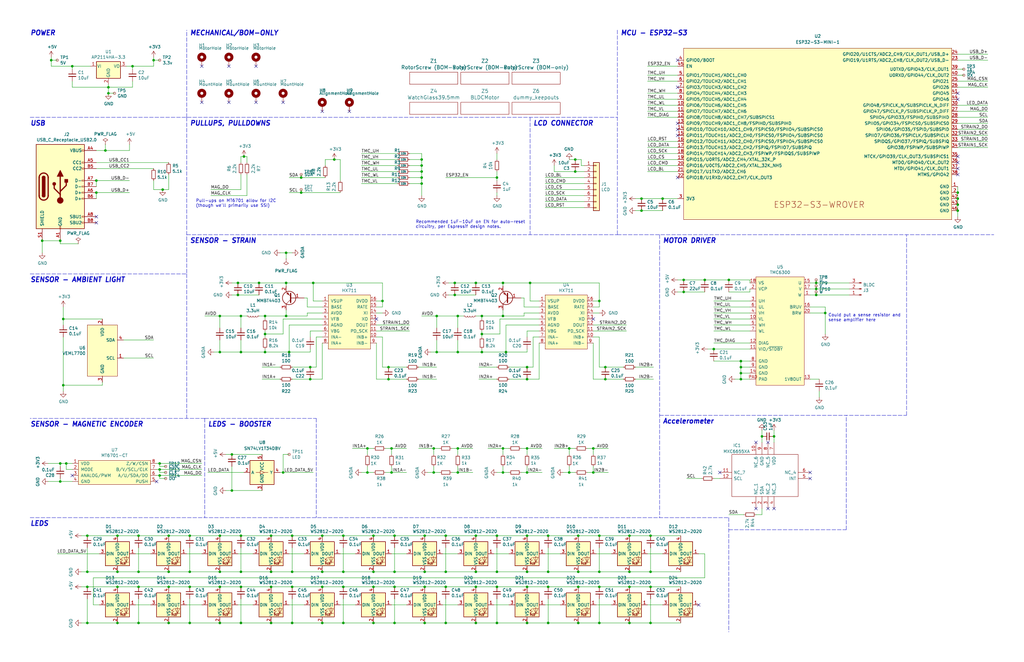
<source format=kicad_sch>
(kicad_sch (version 20211123) (generator eeschema)
  (paper "B")
  (title_block (title "SmartKnob View") (company "Scott Bezek"))
  (junction (at 80.01 262.89))
  (junction (at 200.66 119.38))
  (junction (at 250.19 189.23))
  (junction (at 71.12 262.89))
  (junction (at 231.14 226.06))
  (junction (at 274.32 241.3))
  (junction (at 209.55 262.89))
  (junction (at 222.25 160.02))
  (junction (at 58.42 241.3))
  (junction (at 252.73 241.3))
  (junction (at 209.55 226.06))
  (junction (at 80.01 226.06))
  (junction (at 97.79 191.77))
  (junction (at 177.8 74.93))
  (junction (at 252.73 247.65))
  (junction (at 135.89 226.06))
  (junction (at 344.17 124.46))
  (junction (at 222.25 154.94))
  (junction (at 193.04 133.35))
  (junction (at 231.14 262.89))
  (junction (at 200.66 241.3))
  (junction (at 58.42 226.06))
  (junction (at 49.53 226.06))
  (junction (at 265.43 262.89))
  (junction (at 242.57 72.39))
  (junction (at 203.2 148.59))
  (junction (at 144.78 226.06))
  (junction (at 193.04 199.39))
  (junction (at 101.6 247.65))
  (junction (at 154.94 199.39))
  (junction (at 144.78 247.65))
  (junction (at 222.25 262.89))
  (junction (at 223.52 119.38))
  (junction (at 44.45 63.5))
  (junction (at 279.4 83.82))
  (junction (at 161.29 127))
  (junction (at 144.78 241.3))
  (junction (at 26.67 162.56))
  (junction (at 135.89 241.3))
  (junction (at 101.6 148.59))
  (junction (at 209.55 241.3))
  (junction (at 252.73 226.06))
  (junction (at 71.12 226.06))
  (junction (at 231.14 247.65))
  (junction (at 184.15 148.59))
  (junction (at 111.76 140.97))
  (junction (at 45.72 36.83))
  (junction (at 114.3 262.89))
  (junction (at 132.08 119.38))
  (junction (at 36.83 247.65))
  (junction (at 120.65 106.68))
  (junction (at 92.71 148.59))
  (junction (at 163.83 160.02))
  (junction (at 101.6 226.06))
  (junction (at 274.32 226.06))
  (junction (at 166.37 241.3))
  (junction (at 344.17 119.38))
  (junction (at 177.8 67.31))
  (junction (at 26.67 134.62))
  (junction (at 191.77 124.46))
  (junction (at 243.84 262.89))
  (junction (at 123.19 262.89))
  (junction (at 288.29 118.11))
  (junction (at 321.31 184.15))
  (junction (at 179.07 247.65))
  (junction (at 120.65 133.35))
  (junction (at 25.4 203.2))
  (junction (at 165.1 199.39))
  (junction (at 222.25 189.23))
  (junction (at 80.01 241.3))
  (junction (at 187.96 241.3))
  (junction (at 203.2 140.97))
  (junction (at 212.09 119.38))
  (junction (at 403.86 83.82))
  (junction (at 163.83 154.94))
  (junction (at 203.2 133.35))
  (junction (at 45.72 39.37))
  (junction (at 179.07 226.06))
  (junction (at 114.3 247.65))
  (junction (at 270.51 83.82))
  (junction (at 191.77 119.38))
  (junction (at 114.3 241.3))
  (junction (at 123.19 247.65))
  (junction (at 92.71 262.89))
  (junction (at 130.81 160.02))
  (junction (at 222.25 247.65))
  (junction (at 67.31 198.12))
  (junction (at 30.48 27.94))
  (junction (at 80.01 247.65))
  (junction (at 40.64 76.2))
  (junction (at 102.87 66.04))
  (junction (at 58.42 262.89))
  (junction (at 403.86 86.36))
  (junction (at 182.88 189.23))
  (junction (at 212.09 199.39))
  (junction (at 58.42 247.65))
  (junction (at 71.12 241.3))
  (junction (at 209.55 74.93))
  (junction (at 250.19 199.39))
  (junction (at 140.97 67.31))
  (junction (at 403.86 81.28))
  (junction (at 92.71 226.06))
  (junction (at 71.12 247.65))
  (junction (at 200.66 262.89))
  (junction (at 123.19 226.06))
  (junction (at 100.33 119.38))
  (junction (at 243.84 241.3))
  (junction (at 165.1 189.23))
  (junction (at 25.4 195.58))
  (junction (at 101.6 241.3))
  (junction (at 119.38 199.39))
  (junction (at 200.66 226.06))
  (junction (at 111.76 133.35))
  (junction (at 49.53 262.89))
  (junction (at 326.39 184.15))
  (junction (at 25.4 101.6))
  (junction (at 101.6 133.35))
  (junction (at 157.48 262.89))
  (junction (at 97.79 207.01))
  (junction (at 212.09 133.35))
  (junction (at 347.98 132.08))
  (junction (at 200.66 247.65))
  (junction (at 123.19 241.3))
  (junction (at 222.25 226.06))
  (junction (at 154.94 189.23))
  (junction (at 231.14 241.3))
  (junction (at 265.43 247.65))
  (junction (at 21.59 25.4))
  (junction (at 184.15 133.35))
  (junction (at 55.88 27.94))
  (junction (at 92.71 133.35))
  (junction (at 166.37 247.65))
  (junction (at 288.29 123.19))
  (junction (at 67.31 200.66))
  (junction (at 92.71 241.3))
  (junction (at 209.55 247.65))
  (junction (at 274.32 247.65))
  (junction (at 274.32 262.89))
  (junction (at 135.89 247.65))
  (junction (at 135.89 262.89))
  (junction (at 187.96 226.06))
  (junction (at 243.84 226.06))
  (junction (at 49.53 241.3))
  (junction (at 252.73 127))
  (junction (at 166.37 262.89))
  (junction (at 213.36 148.59))
  (junction (at 177.8 77.47))
  (junction (at 17.78 101.6))
  (junction (at 109.22 119.38))
  (junction (at 68.58 80.01))
  (junction (at 157.48 241.3))
  (junction (at 222.25 241.3))
  (junction (at 222.25 199.39))
  (junction (at 255.27 154.94))
  (junction (at 312.42 154.94))
  (junction (at 193.04 148.59))
  (junction (at 242.57 67.31))
  (junction (at 177.8 69.85))
  (junction (at 121.92 148.59))
  (junction (at 127 81.28))
  (junction (at 243.84 247.65))
  (junction (at 240.03 189.23))
  (junction (at 177.8 72.39))
  (junction (at 307.34 118.11))
  (junction (at 212.09 189.23))
  (junction (at 127 74.93))
  (junction (at 265.43 241.3))
  (junction (at 265.43 226.06))
  (junction (at 36.83 262.89))
  (junction (at 344.17 121.92))
  (junction (at 179.07 241.3))
  (junction (at 187.96 262.89))
  (junction (at 120.65 119.38))
  (junction (at 297.18 118.11))
  (junction (at 64.77 25.4))
  (junction (at 240.03 199.39))
  (junction (at 193.04 189.23))
  (junction (at 252.73 262.89))
  (junction (at 27.94 195.58))
  (junction (at 130.81 154.94))
  (junction (at 157.48 247.65))
  (junction (at 312.42 160.02))
  (junction (at 179.07 262.89))
  (junction (at 111.76 148.59))
  (junction (at 67.31 195.58))
  (junction (at 101.6 262.89))
  (junction (at 92.71 247.65))
  (junction (at 36.83 226.06))
  (junction (at 187.96 247.65))
  (junction (at 270.51 88.9))
  (junction (at 403.86 88.9))
  (junction (at 312.42 157.48))
  (junction (at 100.33 124.46))
  (junction (at 182.88 199.39))
  (junction (at 157.48 226.06))
  (junction (at 312.42 152.4))
  (junction (at 49.53 247.65))
  (junction (at 40.64 81.28))
  (junction (at 114.3 226.06))
  (junction (at 36.83 241.3))
  (junction (at 300.99 147.32))
  (junction (at 166.37 226.06))
  (junction (at 255.27 160.02))
  (junction (at 144.78 262.89))
  (no_connect (at 294.64 255.27))
  (no_connect (at 341.63 201.93))
  (no_connect (at 96.52 43.18))
  (no_connect (at 285.75 52.07))
  (no_connect (at 285.75 54.61))
  (no_connect (at 285.75 57.15))
  (no_connect (at 158.75 134.62))
  (no_connect (at 30.48 200.66))
  (no_connect (at 285.75 25.4))
  (no_connect (at 285.75 36.83))
  (no_connect (at 403.86 68.58))
  (no_connect (at 403.86 66.04))
  (no_connect (at 403.86 39.37))
  (no_connect (at 403.86 41.91))
  (no_connect (at 403.86 71.12))
  (no_connect (at 403.86 73.66))
  (no_connect (at 85.09 43.18))
  (no_connect (at 107.95 27.94))
  (no_connect (at 285.75 74.93))
  (no_connect (at 250.19 134.62))
  (no_connect (at 135.89 46.99))
  (no_connect (at 147.32 46.99))
  (no_connect (at 40.64 91.44))
  (no_connect (at 96.52 27.94))
  (no_connect (at 66.04 203.2))
  (no_connect (at 119.38 43.18))
  (no_connect (at 85.09 27.94))
  (no_connect (at 107.95 43.18))
  (no_connect (at 40.64 93.98))
  (no_connect (at 318.77 214.63))
  (no_connect (at 326.39 214.63))
  (no_connect (at 318.77 186.69))
  (no_connect (at 323.85 214.63))
  (no_connect (at 323.85 186.69))
  (no_connect (at 303.53 199.39))
  (no_connect (at 341.63 199.39))
  (wire (pts (xy 187.96 252.73) (xy 187.96 262.89)))
  (wire (pts (xy 121.92 74.93) (xy 127 74.93)))
  (wire (pts (xy 129.54 132.08) (xy 135.89 132.08)))
  (wire (pts (xy 403.86 49.53) (xy 416.56 49.53)))
  (wire (pts (xy 222.25 262.89) (xy 231.14 262.89)))
  (wire (pts (xy 39.37 243.84) (xy 39.37 255.27)))
  (wire (pts (xy 57.15 233.68) (xy 63.5 233.68)))
  (wire (pts (xy 209.55 226.06) (xy 222.25 226.06)))
  (wire (pts (xy 231.14 241.3) (xy 243.84 241.3)))
  (wire (pts (xy 55.88 27.94) (xy 53.34 27.94)))
  (wire (pts (xy 123.19 252.73) (xy 123.19 262.89)))
  (wire (pts (xy 49.53 241.3) (xy 58.42 241.3)))
  (wire (pts (xy 176.53 160.02) (xy 184.15 160.02)))
  (wire (pts (xy 233.68 69.85) (xy 233.68 72.39)))
  (wire (pts (xy 403.86 52.07) (xy 416.56 52.07)))
  (wire (pts (xy 101.6 148.59) (xy 111.76 148.59)))
  (wire (pts (xy 17.78 101.6) (xy 17.78 106.68)))
  (wire (pts (xy 252.73 154.94) (xy 255.27 154.94)))
  (wire (pts (xy 40.64 68.58) (xy 71.12 68.58)))
  (wire (pts (xy 101.6 226.06) (xy 114.3 226.06)))
  (wire (pts (xy 157.48 262.89) (xy 166.37 262.89)))
  (wire (pts (xy 132.08 127) (xy 135.89 127)))
  (wire (pts (xy 252.73 226.06) (xy 265.43 226.06)))
  (wire (pts (xy 177.8 64.77) (xy 177.8 67.31)))
  (wire (pts (xy 158.75 160.02) (xy 163.83 160.02)))
  (wire (pts (xy 111.76 133.35) (xy 120.65 133.35)))
  (wire (pts (xy 200.66 247.65) (xy 209.55 247.65)))
  (wire (pts (xy 121.92 191.77) (xy 119.38 191.77)))
  (wire (pts (xy 193.04 189.23) (xy 193.04 191.77)))
  (wire (pts (xy 161.29 129.54) (xy 161.29 127)))
  (wire (pts (xy 231.14 231.14) (xy 231.14 241.3)))
  (wire (pts (xy 161.29 127) (xy 158.75 127)))
  (wire (pts (xy 297.18 123.19) (xy 288.29 123.19)))
  (wire (pts (xy 200.66 119.38) (xy 212.09 119.38)))
  (wire (pts (xy 316.23 118.11) (xy 307.34 118.11)))
  (wire (pts (xy 193.04 196.85) (xy 193.04 199.39)))
  (wire (pts (xy 300.99 152.4) (xy 312.42 152.4)))
  (wire (pts (xy 45.72 36.83) (xy 45.72 39.37)))
  (wire (pts (xy 252.73 129.54) (xy 252.73 127)))
  (wire (pts (xy 210.82 134.62) (xy 227.33 134.62)))
  (wire (pts (xy 344.17 120.65) (xy 344.17 121.92)))
  (wire (pts (xy 118.11 106.68) (xy 120.65 106.68)))
  (wire (pts (xy 123.19 226.06) (xy 135.89 226.06)))
  (wire (pts (xy 172.72 64.77) (xy 177.8 64.77)))
  (wire (pts (xy 130.81 139.7) (xy 135.89 139.7)))
  (polyline (pts (xy 260.35 99.06) (xy 419.1 99.06)))
  (wire (pts (xy 262.89 160.02) (xy 255.27 160.02)))
  (wire (pts (xy 95.25 207.01) (xy 97.79 207.01)))
  (wire (pts (xy 101.6 68.58) (xy 101.6 66.04)))
  (wire (pts (xy 40.64 81.28) (xy 54.61 81.28)))
  (wire (pts (xy 300.99 147.32) (xy 316.23 147.32)))
  (wire (pts (xy 67.31 198.12) (xy 85.09 198.12)))
  (wire (pts (xy 167.64 74.93) (xy 152.4 74.93)))
  (wire (pts (xy 161.29 119.38) (xy 161.29 127)))
  (wire (pts (xy 298.45 147.32) (xy 300.99 147.32)))
  (wire (pts (xy 121.92 81.28) (xy 127 81.28)))
  (polyline (pts (xy 78.74 99.06) (xy 260.35 99.06)))
  (wire (pts (xy 273.05 64.77) (xy 285.75 64.77)))
  (wire (pts (xy 403.86 78.74) (xy 403.86 81.28)))
  (wire (pts (xy 273.05 27.94) (xy 285.75 27.94)))
  (wire (pts (xy 229.87 82.55) (xy 246.38 82.55)))
  (wire (pts (xy 129.54 129.54) (xy 135.89 129.54)))
  (wire (pts (xy 20.32 195.58) (xy 25.4 195.58)))
  (wire (pts (xy 267.97 83.82) (xy 270.51 83.82)))
  (wire (pts (xy 245.11 67.31) (xy 245.11 69.85)))
  (wire (pts (xy 69.85 199.39) (xy 67.31 199.39)))
  (wire (pts (xy 191.77 119.38) (xy 189.23 119.38)))
  (wire (pts (xy 344.17 123.19) (xy 344.17 124.46)))
  (wire (pts (xy 186.69 255.27) (xy 193.04 255.27)))
  (polyline (pts (xy 356.87 223.52) (xy 356.87 175.26)))
  (wire (pts (xy 316.23 123.19) (xy 316.23 121.92)))
  (wire (pts (xy 209.55 199.39) (xy 212.09 199.39)))
  (wire (pts (xy 182.88 196.85) (xy 182.88 199.39)))
  (wire (pts (xy 203.2 142.24) (xy 203.2 140.97)))
  (wire (pts (xy 78.74 255.27) (xy 85.09 255.27)))
  (wire (pts (xy 118.11 154.94) (xy 110.49 154.94)))
  (wire (pts (xy 49.53 247.65) (xy 58.42 247.65)))
  (wire (pts (xy 250.19 129.54) (xy 252.73 129.54)))
  (wire (pts (xy 243.84 226.06) (xy 252.73 226.06)))
  (wire (pts (xy 182.88 189.23) (xy 185.42 189.23)))
  (wire (pts (xy 67.31 25.4) (xy 64.77 25.4)))
  (wire (pts (xy 165.1 199.39) (xy 171.45 199.39)))
  (wire (pts (xy 43.18 162.56) (xy 26.67 162.56)))
  (wire (pts (xy 250.19 132.08) (xy 252.73 132.08)))
  (wire (pts (xy 184.15 143.51) (xy 184.15 148.59)))
  (wire (pts (xy 88.9 82.55) (xy 104.14 82.55)))
  (wire (pts (xy 316.23 129.54) (xy 300.99 129.54)))
  (wire (pts (xy 307.34 118.11) (xy 297.18 118.11)))
  (wire (pts (xy 44.45 60.96) (xy 44.45 63.5)))
  (wire (pts (xy 177.8 67.31) (xy 172.72 67.31)))
  (wire (pts (xy 285.75 123.19) (xy 288.29 123.19)))
  (wire (pts (xy 165.1 196.85) (xy 165.1 199.39)))
  (wire (pts (xy 92.71 133.35) (xy 101.6 133.35)))
  (wire (pts (xy 274.32 231.14) (xy 274.32 241.3)))
  (wire (pts (xy 34.29 241.3) (xy 36.83 241.3)))
  (wire (pts (xy 279.4 83.82) (xy 285.75 83.82)))
  (wire (pts (xy 157.48 247.65) (xy 166.37 247.65)))
  (wire (pts (xy 165.1 199.39) (xy 162.56 199.39)))
  (wire (pts (xy 209.55 241.3) (xy 222.25 241.3)))
  (wire (pts (xy 30.48 36.83) (xy 45.72 36.83)))
  (wire (pts (xy 109.22 119.38) (xy 120.65 119.38)))
  (wire (pts (xy 58.42 247.65) (xy 71.12 247.65)))
  (wire (pts (xy 242.57 67.31) (xy 245.11 67.31)))
  (wire (pts (xy 273.05 46.99) (xy 285.75 46.99)))
  (wire (pts (xy 67.31 200.66) (xy 85.09 200.66)))
  (wire (pts (xy 58.42 252.73) (xy 58.42 262.89)))
  (wire (pts (xy 403.86 29.21) (xy 406.4 29.21)))
  (wire (pts (xy 161.29 154.94) (xy 163.83 154.94)))
  (wire (pts (xy 49.53 226.06) (xy 58.42 226.06)))
  (wire (pts (xy 120.65 130.81) (xy 120.65 133.35)))
  (wire (pts (xy 26.67 162.56) (xy 26.67 142.24)))
  (wire (pts (xy 270.51 88.9) (xy 279.4 88.9)))
  (wire (pts (xy 309.88 160.02) (xy 312.42 160.02)))
  (wire (pts (xy 132.08 119.38) (xy 132.08 127)))
  (wire (pts (xy 252.73 252.73) (xy 252.73 262.89)))
  (wire (pts (xy 135.89 226.06) (xy 144.78 226.06)))
  (wire (pts (xy 246.38 85.09) (xy 229.87 85.09)))
  (wire (pts (xy 187.96 74.93) (xy 209.55 74.93)))
  (wire (pts (xy 265.43 262.89) (xy 274.32 262.89)))
  (wire (pts (xy 135.89 247.65) (xy 144.78 247.65)))
  (wire (pts (xy 316.23 154.94) (xy 312.42 154.94)))
  (wire (pts (xy 111.76 148.59) (xy 121.92 148.59)))
  (wire (pts (xy 341.63 132.08) (xy 347.98 132.08)))
  (wire (pts (xy 403.86 31.75) (xy 406.4 31.75)))
  (wire (pts (xy 135.89 160.02) (xy 130.81 160.02)))
  (wire (pts (xy 200.66 226.06) (xy 209.55 226.06)))
  (wire (pts (xy 213.36 148.59) (xy 222.25 148.59)))
  (wire (pts (xy 68.58 80.01) (xy 71.12 80.01)))
  (wire (pts (xy 316.23 160.02) (xy 312.42 160.02)))
  (wire (pts (xy 184.15 154.94) (xy 176.53 154.94)))
  (wire (pts (xy 80.01 231.14) (xy 80.01 241.3)))
  (wire (pts (xy 267.97 88.9) (xy 270.51 88.9)))
  (wire (pts (xy 229.87 233.68) (xy 236.22 233.68)))
  (wire (pts (xy 250.19 196.85) (xy 250.19 199.39)))
  (wire (pts (xy 166.37 262.89) (xy 179.07 262.89)))
  (wire (pts (xy 243.84 247.65) (xy 252.73 247.65)))
  (wire (pts (xy 165.1 233.68) (xy 171.45 233.68)))
  (wire (pts (xy 38.1 27.94) (xy 30.48 27.94)))
  (wire (pts (xy 123.19 262.89) (xy 135.89 262.89)))
  (wire (pts (xy 240.03 189.23) (xy 242.57 189.23)))
  (wire (pts (xy 111.76 142.24) (xy 111.76 140.97)))
  (wire (pts (xy 177.8 74.93) (xy 177.8 77.47)))
  (wire (pts (xy 212.09 191.77) (xy 212.09 189.23)))
  (wire (pts (xy 177.8 72.39) (xy 177.8 74.93)))
  (wire (pts (xy 64.77 24.13) (xy 64.77 25.4)))
  (polyline (pts (xy 12.7 218.44) (xy 307.34 218.44)))
  (wire (pts (xy 208.28 233.68) (xy 214.63 233.68)))
  (wire (pts (xy 220.98 129.54) (xy 227.33 129.54)))
  (wire (pts (xy 133.35 154.94) (xy 130.81 154.94)))
  (wire (pts (xy 242.57 72.39) (xy 246.38 72.39)))
  (wire (pts (xy 203.2 134.62) (xy 203.2 133.35)))
  (wire (pts (xy 203.2 133.35) (xy 212.09 133.35)))
  (wire (pts (xy 203.2 140.97) (xy 203.2 139.7)))
  (wire (pts (xy 242.57 199.39) (xy 240.03 199.39)))
  (wire (pts (xy 201.93 160.02) (xy 209.55 160.02)))
  (wire (pts (xy 189.23 124.46) (xy 191.77 124.46)))
  (wire (pts (xy 27.94 198.12) (xy 27.94 195.58)))
  (wire (pts (xy 403.86 22.86) (xy 416.56 22.86)))
  (wire (pts (xy 25.4 101.6) (xy 17.78 101.6)))
  (wire (pts (xy 130.81 160.02) (xy 123.19 160.02)))
  (polyline (pts (xy 223.52 49.53) (xy 223.52 99.06)))
  (wire (pts (xy 36.83 247.65) (xy 49.53 247.65)))
  (wire (pts (xy 179.07 247.65) (xy 187.96 247.65)))
  (wire (pts (xy 214.63 154.94) (xy 222.25 154.94)))
  (wire (pts (xy 27.94 195.58) (xy 30.48 195.58)))
  (wire (pts (xy 58.42 241.3) (xy 71.12 241.3)))
  (wire (pts (xy 212.09 133.35) (xy 220.98 133.35)))
  (wire (pts (xy 71.12 247.65) (xy 80.01 247.65)))
  (wire (pts (xy 316.23 144.78) (xy 300.99 144.78)))
  (wire (pts (xy 148.59 189.23) (xy 154.94 189.23)))
  (wire (pts (xy 36.83 252.73) (xy 36.83 262.89)))
  (wire (pts (xy 326.39 181.61) (xy 326.39 184.15)))
  (wire (pts (xy 158.75 129.54) (xy 161.29 129.54)))
  (wire (pts (xy 212.09 119.38) (xy 223.52 119.38)))
  (wire (pts (xy 321.31 181.61) (xy 321.31 184.15)))
  (wire (pts (xy 341.63 121.92) (xy 344.17 121.92)))
  (wire (pts (xy 101.6 262.89) (xy 114.3 262.89)))
  (wire (pts (xy 187.96 241.3) (xy 200.66 241.3)))
  (wire (pts (xy 92.71 262.89) (xy 101.6 262.89)))
  (wire (pts (xy 24.13 25.4) (xy 21.59 25.4)))
  (wire (pts (xy 220.98 125.73) (xy 220.98 129.54)))
  (wire (pts (xy 177.8 77.47) (xy 177.8 82.55)))
  (wire (pts (xy 222.25 189.23) (xy 222.25 191.77)))
  (wire (pts (xy 227.33 144.78) (xy 227.33 160.02)))
  (wire (pts (xy 307.34 123.19) (xy 316.23 123.19)))
  (wire (pts (xy 121.92 137.16) (xy 121.92 148.59)))
  (wire (pts (xy 137.16 67.31) (xy 140.97 67.31)))
  (wire (pts (xy 120.65 133.35) (xy 129.54 133.35)))
  (wire (pts (xy 120.65 109.22) (xy 120.65 106.68)))
  (wire (pts (xy 80.01 247.65) (xy 92.71 247.65)))
  (wire (pts (xy 274.32 262.89) (xy 287.02 262.89)))
  (wire (pts (xy 130.81 142.24) (xy 130.81 139.7)))
  (wire (pts (xy 200.66 133.35) (xy 203.2 133.35)))
  (wire (pts (xy 167.64 69.85) (xy 152.4 69.85)))
  (wire (pts (xy 233.68 189.23) (xy 240.03 189.23)))
  (wire (pts (xy 326.39 184.15) (xy 326.39 186.69)))
  (wire (pts (xy 274.32 241.3) (xy 287.02 241.3)))
  (wire (pts (xy 165.1 255.27) (xy 171.45 255.27)))
  (wire (pts (xy 36.83 231.14) (xy 36.83 241.3)))
  (wire (pts (xy 200.66 262.89) (xy 209.55 262.89)))
  (wire (pts (xy 312.42 157.48) (xy 312.42 154.94)))
  (wire (pts (xy 137.16 69.85) (xy 137.16 67.31)))
  (wire (pts (xy 184.15 133.35) (xy 193.04 133.35)))
  (wire (pts (xy 222.25 247.65) (xy 231.14 247.65)))
  (wire (pts (xy 152.4 199.39) (xy 154.94 199.39)))
  (wire (pts (xy 109.22 124.46) (xy 100.33 124.46)))
  (wire (pts (xy 289.56 201.93) (xy 295.91 201.93)))
  (wire (pts (xy 274.32 252.73) (xy 274.32 262.89)))
  (wire (pts (xy 26.67 165.1) (xy 26.67 162.56)))
  (wire (pts (xy 240.03 196.85) (xy 240.03 199.39)))
  (wire (pts (xy 252.73 127) (xy 250.19 127)))
  (polyline (pts (xy 78.74 115.57) (xy 78.74 176.53)))
  (wire (pts (xy 144.78 252.73) (xy 144.78 262.89)))
  (wire (pts (xy 208.28 255.27) (xy 214.63 255.27)))
  (wire (pts (xy 316.23 132.08) (xy 300.99 132.08)))
  (wire (pts (xy 190.5 189.23) (xy 193.04 189.23)))
  (wire (pts (xy 80.01 252.73) (xy 80.01 262.89)))
  (polyline (pts (xy 307.34 218.44) (xy 307.34 266.7)))
  (wire (pts (xy 223.52 119.38) (xy 252.73 119.38)))
  (wire (pts (xy 25.4 101.6) (xy 25.4 102.87)))
  (wire (pts (xy 229.87 87.63) (xy 246.38 87.63)))
  (wire (pts (xy 67.31 199.39) (xy 67.31 198.12)))
  (wire (pts (xy 86.36 133.35) (xy 92.71 133.35)))
  (wire (pts (xy 273.05 72.39) (xy 285.75 72.39)))
  (wire (pts (xy 120.65 106.68) (xy 123.19 106.68)))
  (wire (pts (xy 273.05 41.91) (xy 285.75 41.91)))
  (wire (pts (xy 135.89 144.78) (xy 135.89 160.02)))
  (wire (pts (xy 222.25 147.32) (xy 222.25 148.59)))
  (wire (pts (xy 163.83 154.94) (xy 171.45 154.94)))
  (polyline (pts (xy 307.34 223.52) (xy 356.87 223.52)))
  (wire (pts (xy 193.04 133.35) (xy 195.58 133.35)))
  (wire (pts (xy 135.89 241.3) (xy 144.78 241.3)))
  (wire (pts (xy 166.37 247.65) (xy 179.07 247.65)))
  (wire (pts (xy 403.86 88.9) (xy 403.86 91.44)))
  (polyline (pts (xy 278.13 175.26) (xy 382.27 175.26)))
  (wire (pts (xy 154.94 196.85) (xy 154.94 199.39)))
  (wire (pts (xy 237.49 199.39) (xy 240.03 199.39)))
  (wire (pts (xy 243.84 262.89) (xy 252.73 262.89)))
  (wire (pts (xy 177.8 133.35) (xy 184.15 133.35)))
  (wire (pts (xy 240.03 191.77) (xy 240.03 189.23)))
  (wire (pts (xy 214.63 199.39) (xy 212.09 199.39)))
  (wire (pts (xy 209.55 262.89) (xy 222.25 262.89)))
  (wire (pts (xy 128.27 125.73) (xy 129.54 125.73)))
  (wire (pts (xy 71.12 262.89) (xy 80.01 262.89)))
  (wire (pts (xy 246.38 69.85) (xy 245.11 69.85)))
  (wire (pts (xy 312.42 157.48) (xy 316.23 157.48)))
  (wire (pts (xy 157.48 226.06) (xy 166.37 226.06)))
  (wire (pts (xy 52.07 143.51) (xy 64.77 143.51)))
  (wire (pts (xy 39.37 255.27) (xy 41.91 255.27)))
  (wire (pts (xy 347.98 132.08) (xy 347.98 140.97)))
  (wire (pts (xy 273.05 255.27) (xy 279.4 255.27)))
  (wire (pts (xy 222.25 226.06) (xy 231.14 226.06)))
  (wire (pts (xy 127 80.01) (xy 127 81.28)))
  (wire (pts (xy 123.19 247.65) (xy 135.89 247.65)))
  (wire (pts (xy 104.14 73.66) (xy 104.14 82.55)))
  (wire (pts (xy 92.71 247.65) (xy 101.6 247.65)))
  (wire (pts (xy 40.64 71.12) (xy 64.77 71.12)))
  (wire (pts (xy 30.48 27.94) (xy 21.59 27.94)))
  (wire (pts (xy 71.12 80.01) (xy 71.12 73.66)))
  (wire (pts (xy 119.38 191.77) (xy 119.38 199.39)))
  (wire (pts (xy 67.31 196.85) (xy 67.31 195.58)))
  (wire (pts (xy 344.17 124.46) (xy 358.14 124.46)))
  (wire (pts (xy 158.75 137.16) (xy 172.72 137.16)))
  (wire (pts (xy 203.2 140.97) (xy 210.82 140.97)))
  (wire (pts (xy 209.55 76.2) (xy 209.55 74.93)))
  (wire (pts (xy 100.33 119.38) (xy 97.79 119.38)))
  (polyline (pts (xy 382.27 175.26) (xy 382.27 99.06)))
  (wire (pts (xy 101.6 73.66) (xy 101.6 80.01)))
  (wire (pts (xy 209.55 154.94) (xy 201.93 154.94)))
  (wire (pts (xy 229.87 255.27) (xy 236.22 255.27)))
  (wire (pts (xy 123.19 231.14) (xy 123.19 241.3)))
  (wire (pts (xy 210.82 140.97) (xy 210.82 134.62)))
  (wire (pts (xy 92.71 143.51) (xy 92.71 148.59)))
  (wire (pts (xy 212.09 130.81) (xy 212.09 133.35)))
  (wire (pts (xy 270.51 83.82) (xy 279.4 83.82)))
  (wire (pts (xy 172.72 74.93) (xy 177.8 74.93)))
  (wire (pts (xy 143.51 255.27) (xy 149.86 255.27)))
  (wire (pts (xy 123.19 154.94) (xy 130.81 154.94)))
  (wire (pts (xy 250.19 144.78) (xy 250.19 160.02)))
  (wire (pts (xy 187.96 231.14) (xy 187.96 241.3)))
  (wire (pts (xy 165.1 189.23) (xy 165.1 191.77)))
  (wire (pts (xy 294.64 233.68) (xy 297.18 233.68)))
  (wire (pts (xy 273.05 34.29) (xy 285.75 34.29)))
  (wire (pts (xy 100.33 119.38) (xy 109.22 119.38)))
  (wire (pts (xy 285.75 118.11) (xy 288.29 118.11)))
  (wire (pts (xy 166.37 231.14) (xy 166.37 241.3)))
  (wire (pts (xy 119.38 199.39) (xy 132.08 199.39)))
  (wire (pts (xy 288.29 118.11) (xy 297.18 118.11)))
  (wire (pts (xy 416.56 36.83) (xy 403.86 36.83)))
  (wire (pts (xy 144.78 226.06) (xy 157.48 226.06)))
  (wire (pts (xy 273.05 31.75) (xy 285.75 31.75)))
  (wire (pts (xy 187.96 262.89) (xy 200.66 262.89)))
  (wire (pts (xy 274.32 226.06) (xy 287.02 226.06)))
  (wire (pts (xy 167.64 77.47) (xy 152.4 77.47)))
  (wire (pts (xy 312.42 152.4) (xy 316.23 152.4)))
  (wire (pts (xy 222.25 241.3) (xy 231.14 241.3)))
  (wire (pts (xy 252.73 247.65) (xy 265.43 247.65)))
  (wire (pts (xy 87.63 199.39) (xy 102.87 199.39)))
  (wire (pts (xy 227.33 142.24) (xy 224.79 142.24)))
  (wire (pts (xy 92.71 133.35) (xy 92.71 138.43)))
  (wire (pts (xy 140.97 67.31) (xy 143.51 67.31)))
  (wire (pts (xy 67.31 195.58) (xy 85.09 195.58)))
  (wire (pts (xy 135.89 137.16) (xy 121.92 137.16)))
  (wire (pts (xy 25.4 102.87) (xy 33.02 102.87)))
  (wire (pts (xy 203.2 148.59) (xy 203.2 147.32)))
  (wire (pts (xy 97.79 196.85) (xy 97.79 207.01)))
  (wire (pts (xy 344.17 119.38) (xy 358.14 119.38)))
  (wire (pts (xy 316.23 134.62) (xy 300.99 134.62)))
  (wire (pts (xy 21.59 25.4) (xy 21.59 27.94)))
  (wire (pts (xy 88.9 80.01) (xy 101.6 80.01)))
  (wire (pts (xy 40.64 63.5) (xy 44.45 63.5)))
  (wire (pts (xy 58.42 262.89) (xy 71.12 262.89)))
  (wire (pts (xy 80.01 262.89) (xy 92.71 262.89)))
  (wire (pts (xy 224.79 142.24) (xy 224.79 154.94)))
  (wire (pts (xy 341.63 119.38) (xy 344.17 119.38)))
  (wire (pts (xy 416.56 34.29) (xy 403.86 34.29)))
  (wire (pts (xy 275.59 154.94) (xy 267.97 154.94)))
  (wire (pts (xy 104.14 66.04) (xy 104.14 68.58)))
  (wire (pts (xy 67.31 201.93) (xy 67.31 200.66)))
  (wire (pts (xy 193.04 143.51) (xy 193.04 148.59)))
  (wire (pts (xy 297.18 233.68) (xy 297.18 243.84)))
  (wire (pts (xy 193.04 199.39) (xy 190.5 199.39)))
  (wire (pts (xy 250.19 160.02) (xy 255.27 160.02)))
  (wire (pts (xy 209.55 67.31) (xy 209.55 64.77)))
  (wire (pts (xy 102.87 66.04) (xy 104.14 66.04)))
  (wire (pts (xy 64.77 151.13) (xy 52.07 151.13)))
  (wire (pts (xy 64.77 80.01) (xy 68.58 80.01)))
  (wire (pts (xy 127 74.93) (xy 137.16 74.93)))
  (wire (pts (xy 92.71 241.3) (xy 101.6 241.3)))
  (wire (pts (xy 231.14 252.73) (xy 231.14 262.89)))
  (wire (pts (xy 71.12 241.3) (xy 80.01 241.3)))
  (wire (pts (xy 250.19 199.39) (xy 247.65 199.39)))
  (wire (pts (xy 45.72 35.56) (xy 45.72 36.83)))
  (wire (pts (xy 243.84 241.3) (xy 252.73 241.3)))
  (wire (pts (xy 220.98 133.35) (xy 220.98 132.08)))
  (wire (pts (xy 209.55 74.93) (xy 209.55 72.39)))
  (wire (pts (xy 101.6 247.65) (xy 114.3 247.65)))
  (wire (pts (xy 229.87 77.47) (xy 246.38 77.47)))
  (wire (pts (xy 231.14 226.06) (xy 243.84 226.06)))
  (wire (pts (xy 344.17 124.46) (xy 341.63 124.46)))
  (wire (pts (xy 177.8 69.85) (xy 177.8 72.39)))
  (wire (pts (xy 176.53 189.23) (xy 182.88 189.23)))
  (polyline (pts (xy 260.35 12.7) (xy 260.35 99.06)))
  (wire (pts (xy 167.64 64.77) (xy 152.4 64.77)))
  (wire (pts (xy 54.61 60.96) (xy 54.61 63.5)))
  (wire (pts (xy 233.68 72.39) (xy 242.57 72.39)))
  (wire (pts (xy 209.55 231.14) (xy 209.55 241.3)))
  (wire (pts (xy 24.13 233.68) (xy 41.91 233.68)))
  (polyline (pts (xy 78.74 49.53) (xy 78.74 12.7)))
  (wire (pts (xy 231.14 247.65) (xy 243.84 247.65)))
  (wire (pts (xy 251.46 255.27) (xy 257.81 255.27)))
  (wire (pts (xy 220.98 132.08) (xy 227.33 132.08)))
  (wire (pts (xy 273.05 39.37) (xy 285.75 39.37)))
  (wire (pts (xy 55.88 27.94) (xy 64.77 27.94)))
  (wire (pts (xy 114.3 226.06) (xy 123.19 226.06)))
  (wire (pts (xy 111.76 140.97) (xy 119.38 140.97)))
  (wire (pts (xy 119.38 140.97) (xy 119.38 134.62)))
  (wire (pts (xy 341.63 129.54) (xy 347.98 129.54)))
  (wire (pts (xy 187.96 226.06) (xy 200.66 226.06)))
  (wire (pts (xy 172.72 77.47) (xy 177.8 77.47)))
  (wire (pts (xy 403.86 46.99) (xy 416.56 46.99)))
  (wire (pts (xy 179.07 262.89) (xy 187.96 262.89)))
  (wire (pts (xy 227.33 160.02) (xy 222.25 160.02)))
  (wire (pts (xy 181.61 148.59) (xy 184.15 148.59)))
  (wire (pts (xy 251.46 233.68) (xy 257.81 233.68)))
  (wire (pts (xy 255.27 154.94) (xy 262.89 154.94)))
  (wire (pts (xy 25.4 203.2) (xy 30.48 203.2)))
  (wire (pts (xy 403.86 88.9) (xy 403.86 86.36)))
  (wire (pts (xy 135.89 262.89) (xy 144.78 262.89)))
  (wire (pts (xy 80.01 226.06) (xy 92.71 226.06)))
  (wire (pts (xy 167.64 72.39) (xy 152.4 72.39)))
  (wire (pts (xy 252.73 119.38) (xy 252.73 127)))
  (wire (pts (xy 187.96 247.65) (xy 200.66 247.65)))
  (wire (pts (xy 34.29 247.65) (xy 36.83 247.65)))
  (wire (pts (xy 133.35 142.24) (xy 133.35 154.94)))
  (wire (pts (xy 179.07 226.06) (xy 187.96 226.06)))
  (wire (pts (xy 273.05 69.85) (xy 285.75 69.85)))
  (wire (pts (xy 111.76 148.59) (xy 111.76 147.32)))
  (wire (pts (xy 316.23 139.7) (xy 300.99 139.7)))
  (polyline (pts (xy 78.74 49.53) (xy 78.74 115.57)))
  (wire (pts (xy 416.56 57.15) (xy 403.86 57.15)))
  (polyline (pts (xy 86.36 176.53) (xy 86.36 218.44)))
  (wire (pts (xy 143.51 233.68) (xy 149.86 233.68)))
  (wire (pts (xy 109.22 133.35) (xy 111.76 133.35)))
  (wire (pts (xy 97.79 207.01) (xy 110.49 207.01)))
  (polyline (pts (xy 12.7 115.57) (xy 78.74 115.57)))
  (wire (pts (xy 177.8 67.31) (xy 177.8 69.85)))
  (wire (pts (xy 66.04 195.58) (xy 67.31 195.58)))
  (wire (pts (xy 64.77 25.4) (xy 64.77 27.94)))
  (wire (pts (xy 95.25 191.77) (xy 97.79 191.77)))
  (wire (pts (xy 80.01 241.3) (xy 92.71 241.3)))
  (wire (pts (xy 97.79 124.46) (xy 100.33 124.46)))
  (wire (pts (xy 213.36 137.16) (xy 213.36 148.59)))
  (wire (pts (xy 48.26 39.37) (xy 45.72 39.37)))
  (wire (pts (xy 129.54 125.73) (xy 129.54 129.54)))
  (wire (pts (xy 316.23 119.38) (xy 316.23 118.11)))
  (wire (pts (xy 21.59 24.13) (xy 21.59 25.4)))
  (wire (pts (xy 166.37 252.73) (xy 166.37 262.89)))
  (wire (pts (xy 274.32 247.65) (xy 287.02 247.65)))
  (polyline (pts (xy 86.36 176.53) (xy 133.35 176.53)))
  (wire (pts (xy 114.3 241.3) (xy 123.19 241.3)))
  (wire (pts (xy 129.54 133.35) (xy 129.54 132.08)))
  (wire (pts (xy 26.67 137.16) (xy 26.67 134.62)))
  (wire (pts (xy 416.56 62.23) (xy 403.86 62.23)))
  (wire (pts (xy 193.04 189.23) (xy 199.39 189.23)))
  (wire (pts (xy 121.92 255.27) (xy 128.27 255.27)))
  (wire (pts (xy 130.81 147.32) (xy 130.81 148.59)))
  (polyline (pts (xy 12.7 49.53) (xy 260.35 49.53)))
  (wire (pts (xy 222.25 142.24) (xy 222.25 139.7)))
  (wire (pts (xy 212.09 196.85) (xy 212.09 199.39)))
  (wire (pts (xy 165.1 189.23) (xy 171.45 189.23)))
  (wire (pts (xy 200.66 124.46) (xy 191.77 124.46)))
  (wire (pts (xy 247.65 189.23) (xy 250.19 189.23)))
  (wire (pts (xy 300.99 201.93) (xy 303.53 201.93)))
  (wire (pts (xy 114.3 262.89) (xy 123.19 262.89)))
  (wire (pts (xy 100.33 233.68) (xy 106.68 233.68)))
  (wire (pts (xy 25.4 196.85) (xy 25.4 195.58)))
  (wire (pts (xy 222.25 139.7) (xy 227.33 139.7)))
  (wire (pts (xy 193.04 138.43) (xy 193.04 133.35)))
  (wire (pts (xy 252.73 231.14) (xy 252.73 241.3)))
  (wire (pts (xy 144.78 241.3) (xy 157.48 241.3)))
  (wire (pts (xy 154.94 191.77) (xy 154.94 189.23)))
  (wire (pts (xy 161.29 142.24) (xy 161.29 154.94)))
  (wire (pts (xy 265.43 226.06) (xy 274.32 226.06)))
  (wire (pts (xy 66.04 198.12) (xy 67.31 198.12)))
  (wire (pts (xy 186.69 233.68) (xy 193.04 233.68)))
  (wire (pts (xy 157.48 199.39) (xy 154.94 199.39)))
  (wire (pts (xy 111.76 134.62) (xy 111.76 133.35)))
  (wire (pts (xy 347.98 129.54) (xy 347.98 132.08)))
  (wire (pts (xy 223.52 127) (xy 227.33 127)))
  (wire (pts (xy 172.72 69.85) (xy 177.8 69.85)))
  (wire (pts (xy 250.19 139.7) (xy 264.16 139.7)))
  (wire (pts (xy 90.17 148.59) (xy 92.71 148.59)))
  (wire (pts (xy 250.19 189.23) (xy 256.54 189.23)))
  (wire (pts (xy 344.17 118.11) (xy 344.17 119.38)))
  (wire (pts (xy 403.86 83.82) (xy 403.86 81.28)))
  (wire (pts (xy 180.34 199.39) (xy 182.88 199.39)))
  (wire (pts (xy 25.4 201.93) (xy 25.4 203.2)))
  (wire (pts (xy 57.15 255.27) (xy 63.5 255.27)))
  (wire (pts (xy 403.86 25.4) (xy 416.56 25.4)))
  (wire (pts (xy 185.42 199.39) (xy 182.88 199.39)))
  (wire (pts (xy 240.03 67.31) (xy 242.57 67.31)))
  (wire (pts (xy 40.64 81.28) (xy 40.64 83.82)))
  (wire (pts (xy 213.36 137.16) (xy 227.33 137.16)))
  (wire (pts (xy 273.05 62.23) (xy 285.75 62.23)))
  (wire (pts (xy 222.25 199.39) (xy 219.71 199.39)))
  (wire (pts (xy 158.75 144.78) (xy 158.75 160.02)))
  (wire (pts (xy 172.72 72.39) (xy 177.8 72.39)))
  (wire (pts (xy 341.63 160.02) (xy 345.44 160.02)))
  (wire (pts (xy 55.88 34.29) (xy 55.88 36.83)))
  (wire (pts (xy 121.92 148.59) (xy 130.81 148.59)))
  (wire (pts (xy 250.19 142.24) (xy 252.73 142.24)))
  (wire (pts (xy 158.75 142.24) (xy 161.29 142.24)))
  (wire (pts (xy 43.18 161.29) (xy 43.18 162.56)))
  (wire (pts (xy 123.19 241.3) (xy 135.89 241.3)))
  (wire (pts (xy 273.05 67.31) (xy 285.75 67.31)))
  (wire (pts (xy 403.86 44.45) (xy 416.56 44.45)))
  (wire (pts (xy 416.56 54.61) (xy 403.86 54.61)))
  (wire (pts (xy 312.42 160.02) (xy 312.42 157.48)))
  (wire (pts (xy 101.6 138.43) (xy 101.6 133.35)))
  (wire (pts (xy 49.53 262.89) (xy 58.42 262.89)))
  (wire (pts (xy 101.6 231.14) (xy 101.6 241.3)))
  (wire (pts (xy 34.29 226.06) (xy 36.83 226.06)))
  (wire (pts (xy 307.34 217.17) (xy 313.69 217.17)))
  (wire (pts (xy 193.04 199.39) (xy 199.39 199.39)))
  (wire (pts (xy 273.05 49.53) (xy 285.75 49.53)))
  (wire (pts (xy 250.19 137.16) (xy 264.16 137.16)))
  (wire (pts (xy 158.75 139.7) (xy 172.72 139.7)))
  (wire (pts (xy 66.04 200.66) (xy 67.31 200.66)))
  (wire (pts (xy 45.72 36.83) (xy 55.88 36.83)))
  (wire (pts (xy 34.29 262.89) (xy 36.83 262.89)))
  (wire (pts (xy 252.73 142.24) (xy 252.73 154.94)))
  (wire (pts (xy 403.86 86.36) (xy 403.86 83.82)))
  (polyline (pts (xy 86.36 176.53) (xy 12.7 176.53)))
  (wire (pts (xy 69.85 196.85) (xy 67.31 196.85)))
  (wire (pts (xy 316.23 127) (xy 300.99 127)))
  (wire (pts (xy 273.05 59.69) (xy 285.75 59.69)))
  (wire (pts (xy 344.17 121.92) (xy 358.14 121.92)))
  (wire (pts (xy 219.71 125.73) (xy 220.98 125.73)))
  (wire (pts (xy 205.74 189.23) (xy 212.09 189.23)))
  (wire (pts (xy 265.43 241.3) (xy 274.32 241.3)))
  (wire (pts (xy 209.55 252.73) (xy 209.55 262.89)))
  (wire (pts (xy 101.6 252.73) (xy 101.6 262.89)))
  (wire (pts (xy 154.94 189.23) (xy 157.48 189.23)))
  (wire (pts (xy 345.44 165.1) (xy 345.44 167.64)))
  (wire (pts (xy 209.55 247.65) (xy 222.25 247.65)))
  (wire (pts (xy 118.11 199.39) (xy 119.38 199.39)))
  (wire (pts (xy 132.08 119.38) (xy 161.29 119.38)))
  (wire (pts (xy 120.65 119.38) (xy 132.08 119.38)))
  (wire (pts (xy 92.71 148.59) (xy 101.6 148.59)))
  (wire (pts (xy 231.14 262.89) (xy 243.84 262.89)))
  (wire (pts (xy 193.04 148.59) (xy 203.2 148.59)))
  (wire (pts (xy 25.4 203.2) (xy 20.32 203.2)))
  (wire (pts (xy 110.49 160.02) (xy 118.11 160.02)))
  (wire (pts (xy 30.48 34.29) (xy 30.48 36.83)))
  (wire (pts (xy 250.19 189.23) (xy 250.19 191.77)))
  (wire (pts (xy 55.88 29.21) (xy 55.88 27.94)))
  (wire (pts (xy 135.89 142.24) (xy 133.35 142.24)))
  (wire (pts (xy 64.77 76.2) (xy 64.77 80.01)))
  (wire (pts (xy 179.07 241.3) (xy 187.96 241.3)))
  (wire (pts (xy 273.05 44.45) (xy 285.75 44.45)))
  (wire (pts (xy 184.15 148.59) (xy 193.04 148.59)))
  (wire (pts (xy 121.92 233.68) (xy 128.27 233.68)))
  (wire (pts (xy 222.25 196.85) (xy 222.25 199.39)))
  (wire (pts (xy 119.38 134.62) (xy 135.89 134.62)))
  (wire (pts (xy 30.48 29.21) (xy 30.48 27.94)))
  (wire (pts (xy 182.88 191.77) (xy 182.88 189.23)))
  (wire (pts (xy 223.52 119.38) (xy 223.52 127)))
  (wire (pts (xy 209.55 82.55) (xy 209.55 81.28)))
  (wire (pts (xy 157.48 241.3) (xy 166.37 241.3)))
  (wire (pts (xy 184.15 133.35) (xy 184.15 138.43)))
  (wire (pts (xy 127 81.28) (xy 143.51 81.28)))
  (wire (pts (xy 250.19 199.39) (xy 256.54 199.39)))
  (wire (pts (xy 58.42 231.14) (xy 58.42 241.3)))
  (wire (pts (xy 101.6 66.04) (xy 102.87 66.04)))
  (wire (pts (xy 78.74 233.68) (xy 85.09 233.68)))
  (wire (pts (xy 120.65 119.38) (xy 120.65 120.65)))
  (wire (pts (xy 246.38 80.01) (xy 229.87 80.01)))
  (wire (pts (xy 58.42 226.06) (xy 71.12 226.06)))
  (wire (pts (xy 26.67 134.62) (xy 26.67 129.54)))
  (polyline (pts (xy 278.13 99.06) (xy 278.13 218.44)))
  (wire (pts (xy 25.4 195.58) (xy 27.94 195.58)))
  (polyline (pts (xy 133.35 176.53) (xy 133.35 218.44)))
  (wire (pts (xy 171.45 160.02) (xy 163.83 160.02)))
  (wire (pts (xy 144.78 262.89) (xy 157.48 262.89)))
  (wire (pts (xy 167.64 67.31) (xy 152.4 67.31)))
  (wire (pts (xy 36.83 226.06) (xy 49.53 226.06)))
  (wire (pts (xy 97.79 191.77) (xy 110.49 191.77)))
  (wire (pts (xy 222.25 160.02) (xy 214.63 160.02)))
  (wire (pts (xy 312.42 154.94) (xy 312.42 152.4)))
  (wire (pts (xy 252.73 241.3) (xy 265.43 241.3)))
  (wire (pts (xy 224.79 154.94) (xy 222.25 154.94)))
  (wire (pts (xy 321.31 184.15) (xy 321.31 186.69)))
  (wire (pts (xy 229.87 74.93) (xy 246.38 74.93)))
  (wire (pts (xy 265.43 247.65) (xy 274.32 247.65)))
  (wire (pts (xy 100.33 255.27) (xy 106.68 255.27)))
  (wire (pts (xy 200.66 241.3) (xy 209.55 241.3)))
  (wire (pts (xy 252.73 262.89) (xy 265.43 262.89)))
  (wire (pts (xy 111.76 140.97) (xy 111.76 139.7)))
  (wire (pts (xy 36.83 241.3) (xy 49.53 241.3)))
  (wire (pts (xy 69.85 201.93) (xy 67.31 201.93)))
  (wire (pts (xy 44.45 63.5) (xy 54.61 63.5)))
  (wire (pts (xy 267.97 160.02) (xy 275.59 160.02)))
  (wire (pts (xy 114.3 247.65) (xy 123.19 247.65)))
  (wire (pts (xy 158.75 132.08) (xy 161.29 132.08)))
  (wire (pts (xy 212.09 189.23) (xy 214.63 189.23)))
  (wire (pts (xy 316.23 137.16) (xy 300.99 137.16)))
  (wire (pts (xy 30.48 198.12) (xy 27.94 198.12)))
  (wire (pts (xy 36.83 262.89) (xy 49.53 262.89)))
  (wire (pts (xy 222.25 199.39) (xy 228.6 199.39)))
  (wire (pts (xy 143.51 67.31) (xy 143.51 76.2)))
  (wire (pts (xy 273.05 233.68) (xy 279.4 233.68)))
  (wire (pts (xy 166.37 241.3) (xy 179.07 241.3)))
  (wire (pts (xy 40.64 76.2) (xy 54.61 76.2)))
  (wire (pts (xy 71.12 226.06) (xy 80.01 226.06)))
  (wire (pts (xy 26.67 134.62) (xy 43.18 134.62)))
  (wire (pts (xy 144.78 247.65) (xy 157.48 247.65)))
  (wire (pts (xy 318.77 217.17) (xy 321.31 217.17)))
  (wire (pts (xy 39.37 243.84) (xy 297.18 243.84)))
  (wire (pts (xy 162.56 189.23) (xy 165.1 189.23)))
  (wire (pts (xy 101.6 143.51) (xy 101.6 148.59)))
  (wire (pts (xy 127 73.66) (xy 127 74.93)))
  (wire (pts (xy 166.37 226.06) (xy 179.07 226.06)))
  (wire (pts (xy 101.6 241.3) (xy 114.3 241.3)))
  (wire (pts (xy 203.2 148.59) (xy 213.36 148.59)))
  (wire (pts (xy 321.31 217.17) (xy 321.31 214.63)))
  (wire (pts (xy 222.25 189.23) (xy 228.6 189.23)))
  (wire (pts (xy 416.56 59.69) (xy 403.86 59.69)))
  (wire (pts (xy 40.64 76.2) (xy 40.64 78.74)))
  (wire (pts (xy 219.71 189.23) (xy 222.25 189.23)))
  (wire (pts (xy 101.6 133.35) (xy 104.14 133.35)))
  (wire (pts (xy 92.71 226.06) (xy 101.6 226.06)))
  (wire (pts (xy 191.77 119.38) (xy 200.66 119.38)))
  (wire (pts (xy 144.78 231.14) (xy 144.78 241.3)))
  (wire (pts (xy 212.09 119.38) (xy 212.09 120.65)))
  (text "SENSOR - STRAIN" (at 80.01 102.87 0) (effects (font (size 2.0066 2.0066) (thickness 0.4013) bold italic) (justify left bottom)))
  (text "MECHANICAL/BOM-ONLY" (at 80.01 15.24 0) (effects (font (size 2.0066 2.0066) (thickness 0.4013) bold italic) (justify left bottom)))
  (text "Accelerometer" (at 279.4 179.07 0) (effects (font (size 2.0066 2.0066) (thickness 0.4013) bold italic) (justify left bottom)))
  (text "MCU - ESP32-S3\n" (at 261.62 15.24 0) (effects (font (size 2.0066 2.0066) (thickness 0.4013) bold italic) (justify left bottom)))
  (text "LEDS" (at 12.7 222.25 0) (effects (font (size 2.0066 2.0066) (thickness 0.4013) bold italic) (justify left bottom)))
  (text "PULLUPS, PULLDOWNS" (at 80.01 53.34 0) (effects (font (size 2.0066 2.0066) (thickness 0.4013) bold italic) (justify left bottom)))
  (text "Could put a sense resistor and\nsense amplifier here" (at 349.25 135.89 0) (effects (font (size 1.27 1.27)) (justify left bottom)))
  (text "MOTOR DRIVER" (at 279.4 102.87 0) (effects (font (size 2.0066 2.0066) (thickness 0.4013) bold italic) (justify left bottom)))
  (text "Recommended 1uF-10uF on EN for auto-reset\ncircuitry, per Espressif design notes." (at 175.26 96.52 0) (effects (font (size 1.27 1.27)) (justify left bottom)))
  (text "POWER" (at 12.7 15.24 0) (effects (font (size 2.0066 2.0066) (thickness 0.4013) bold italic) (justify left bottom)))
  (text "SENSOR - AMBIENT LIGHT" (at 12.7 119.38 0) (effects (font (size 2.0066 2.0066) (thickness 0.4013) bold italic) (justify left bottom)))
  (text "LEDS - BOOSTER" (at 87.63 180.34 0) (effects (font (size 2.0066 2.0066) (thickness 0.4013) bold italic) (justify left bottom)))
  (text "SENSOR - MAGNETIC ENCODER" (at 12.7 180.34 0) (effects (font (size 2.0066 2.0066) (thickness 0.4013) bold italic) (justify left bottom)))
  (text "Pull-ups on MT6701 allow for I2C\n(though we'll primarily use SSI)" (at 82.55 87.63 0) (effects (font (size 1.27 1.27)) (justify left bottom)))
  (text "USB" (at 12.7 53.34 0) (effects (font (size 2.0066 2.0066) (thickness 0.4013) bold italic) (justify left bottom)))
  (text "LCD CONNECTOR" (at 224.79 53.34 0) (effects (font (size 2.0066 2.0066) (thickness 0.4013) bold italic) (justify left bottom)))
  (label "IN2B-" (at 256.54 199.39 180))
  (label "LCD_RST" (at 229.87 87.63 0))
  (label "IN2A+" (at 201.93 160.02 0))
  (label "TMC_VH" (at 152.4 67.31 0))
  (label "USB_D+" (at 416.56 22.86 180))
  (label "TMC_DIAG" (at 300.99 144.78 0))
  (label "USB_D+" (at 54.61 81.28 180))
  (label "TMC_WH" (at 300.99 137.16 0))
  (label "IN2A+" (at 205.74 189.23 0))
  (label "TMC_WH" (at 152.4 69.85 0))
  (label "IN2A-" (at 228.6 199.39 180))
  (label "MAG_CLK" (at 88.9 82.55 0))
  (label "IN2B-" (at 275.59 160.02 180))
  (label "AVDD" (at 86.36 133.35 0))
  (label "ESP32_EN" (at 187.96 74.93 0))
  (label "LCD_BL" (at 273.05 72.39 0))
  (label "LCD_DATA" (at 273.05 62.23 0))
  (label "LED_DATA" (at 87.63 199.39 0))
  (label "TMC_UL" (at 152.4 72.39 0))
  (label "SCL" (at 416.56 49.53 180))
  (label "MAG_DO" (at 88.9 80.01 0))
  (label "SDA" (at 121.92 74.93 0))
  (label "TMC_VH" (at 273.05 34.29 0))
  (label "STRAIN2_DO" (at 264.16 137.16 180))
  (label "TMC_UH" (at 300.99 127 0))
  (label "IN1A-" (at 171.45 199.39 180))
  (label "STRAIN1_SCK" (at 416.56 62.23 180))
  (label "IN1B+" (at 184.15 154.94 180))
  (label "TMC_UL" (at 273.05 41.91 0))
  (label "LED_DATA" (at 416.56 44.45 180))
  (label "SCL" (at 121.92 81.28 0))
  (label "TMC_UH" (at 152.4 64.77 0))
  (label "LED_DATA_5V" (at 24.13 233.68 0))
  (label "MAG_DO" (at 85.09 200.66 180))
  (label "LCD_BL" (at 229.87 74.93 0))
  (label "SCL" (at 289.56 201.93 0))
  (label "SCL" (at 64.77 151.13 180))
  (label "ESP32_EN" (at 273.05 27.94 0))
  (label "USB_CC2" (at 54.61 71.12 180))
  (label "AVDD" (at 256.54 189.23 180))
  (label "AVDD" (at 228.6 189.23 180))
  (label "AVDD" (at 177.8 133.35 0))
  (label "LCD_CS" (at 229.87 80.01 0))
  (label "LCD_SCK" (at 229.87 82.55 0))
  (label "MAG_CSN" (at 416.56 34.29 180))
  (label "TMC_VL" (at 273.05 46.99 0))
  (label "MAG_CLK" (at 416.56 36.83 180))
  (label "LCD_RST" (at 273.05 59.69 0))
  (label "IN2B+" (at 233.68 189.23 0))
  (label "TMC_UL" (at 300.99 129.54 0))
  (label "TMC_UH" (at 273.05 31.75 0))
  (label "LCD_CS" (at 273.05 67.31 0))
  (label "TMC_DIAG" (at 273.05 49.53 0))
  (label "IN1B-" (at 199.39 199.39 180))
  (label "IN2A-" (at 201.93 154.94 0))
  (label "STRAIN2_SCK" (at 416.56 57.15 180))
  (label "TMC_WH" (at 273.05 39.37 0))
  (label "AVDD" (at 199.39 189.23 180))
  (label "IN1B+" (at 176.53 189.23 0))
  (label "IN1A+" (at 110.49 160.02 0))
  (label "IN1B-" (at 184.15 160.02 180))
  (label "STRAIN1_SCK" (at 172.72 139.7 180))
  (label "SDA" (at 64.77 143.51 180))
  (label "LCD_CMD" (at 229.87 77.47 0))
  (label "SDA" (at 307.34 217.17 0))
  (label "LED_DATA_5V" (at 132.08 199.39 180))
  (label "LCD_CMD" (at 273.05 69.85 0))
  (label "TMC_WL" (at 300.99 139.7 0))
  (label "LCD_DATA" (at 229.87 85.09 0))
  (label "MAG_DO" (at 416.56 46.99 180))
  (label "TMC_VL" (at 300.99 134.62 0))
  (label "USB_D-" (at 54.61 76.2 180))
  (label "LCD_SCK" (at 273.05 64.77 0))
  (label "IN1A-" (at 110.49 154.94 0))
  (label "IN1A+" (at 148.59 189.23 0))
  (label "USB_D-" (at 416.56 25.4 180))
  (label "TMC_VL" (at 152.4 77.47 0))
  (label "STRAIN1_DO" (at 416.56 59.69 180))
  (label "IN2B+" (at 275.59 154.94 180))
  (label "STRAIN2_DO" (at 416.56 54.61 180))
  (label "STRAIN1_DO" (at 172.72 137.16 180))
  (label "MAG_CLK" (at 85.09 198.12 180))
  (label "TMC_WL" (at 152.4 74.93 0))
  (label "SDA" (at 416.56 52.07 180))
  (label "AVDD" (at 171.45 189.23 180))
  (label "STRAIN2_SCK" (at 264.16 139.7 180))
  (label "MAG_CSN" (at 85.09 195.58 180))
  (label "TMC_WL" (at 273.05 44.45 0))
  (label "TMC_VH" (at 300.99 132.08 0))
  (label "USB_CC1" (at 54.61 68.58 180))
  (symbol (lib_id "MagnTek:MT6701-CT") (at 46.99 199.39 0) (unit 1)
    (property "Reference" "U7" (at 48.26 189.865 0))
    (property "Value" "MT6701-CT" (at 48.26 192.1764 0))
    (property "Footprint" "Package_SO_AKL:SOIC-8_3.9x4.9mm_P1.27mm" (effects hide))
    (property "LCSC" "C2856764" (effects hide))
    (property "Digikey" "N/A" (effects hide))
    (property "Mouser" "N/A" (effects hide))
  )
  (symbol (lib_id "crumpschemes:WS2812-2020") (at 49.53 233.68 0) (unit 1)
    (property "Reference" "D1" (at 44.45 222.25 0) (effects (justify left)))
    (property "Value" "WS2812-2020" (at 44.45 223.52 0) (effects (justify left top)))
    (property "Footprint" "CrumpPrints:WS2812-2020" (effects hide))
    (property "Datasheet" "http://www.peace-corp.co.jp/data/WS2812-2020_V1.0_EN.pdf" (effects hide))
    (property "AliExpress" "https://www.aliexpress.com/item/10000009330139.html" (effects hide))
    (property "Digikey" "1528-4691-ND" (effects hide))
    (property "Mouser" "485-4691" (effects hide))
    (property "LCSC" "C2890037" (effects hide))
  )
  (symbol (lib_id "Device:C_Small") (at 36.83 228.6 0) (unit 1)
    (property "Reference" "C29" (at 39.1668 227.4316 0) (effects (justify left)))
    (property "Value" "0.1uF" (at 39.1668 229.743 0) (effects (justify left)))
    (property "Footprint" "Capacitor_SMD_AKL:C_0603_1608Metric" (effects hide))
    (property "LCSC" "C1591" (effects hide))
    (property "Digikey" "1276-1935-1-ND" (effects hide))
    (property "Mouser" "187-CL10B104KB8NNWC" (effects hide))
  )
  (symbol (lib_id "crumpschemes:WS2812-2020") (at 71.12 233.68 0) (unit 1)
    (property "Reference" "D2" (at 66.04 222.25 0) (effects (justify left)))
    (property "Value" "WS2812-2020" (at 66.04 223.52 0) (effects (justify left top)))
    (property "Footprint" "CrumpPrints:WS2812-2020" (effects hide))
    (property "Datasheet" "http://www.peace-corp.co.jp/data/WS2812-2020_V1.0_EN.pdf" (effects hide))
    (property "AliExpress" "https://www.aliexpress.com/item/10000009330139.html" (effects hide))
    (property "Digikey" "1528-4691-ND" (effects hide))
    (property "Mouser" "485-4691" (effects hide))
    (property "LCSC" "C2890037" (effects hide))
  )
  (symbol (lib_id "Device:C_Small") (at 58.42 228.6 0) (unit 1)
    (property "Reference" "C30" (at 60.7568 227.4316 0) (effects (justify left)))
    (property "Value" "0.1uF" (at 60.7568 229.743 0) (effects (justify left)))
    (property "Footprint" "Capacitor_SMD_AKL:C_0603_1608Metric" (effects hide))
    (property "LCSC" "C1591" (effects hide))
    (property "Digikey" "1276-1935-1-ND" (effects hide))
    (property "Mouser" "187-CL10B104KB8NNWC" (effects hide))
  )
  (symbol (lib_id "crumpschemes:WS2812-2020") (at 92.71 233.68 0) (unit 1)
    (property "Reference" "D3" (at 87.63 222.25 0) (effects (justify left)))
    (property "Value" "WS2812-2020" (at 87.63 223.52 0) (effects (justify left top)))
    (property "Footprint" "CrumpPrints:WS2812-2020" (effects hide))
    (property "Datasheet" "http://www.peace-corp.co.jp/data/WS2812-2020_V1.0_EN.pdf" (effects hide))
    (property "AliExpress" "https://www.aliexpress.com/item/10000009330139.html" (effects hide))
    (property "Digikey" "1528-4691-ND" (effects hide))
    (property "Mouser" "485-4691" (effects hide))
    (property "LCSC" "C2890037" (effects hide))
  )
  (symbol (lib_id "Device:C_Small") (at 80.01 228.6 0) (unit 1)
    (property "Reference" "C31" (at 82.3468 227.4316 0) (effects (justify left)))
    (property "Value" "0.1uF" (at 82.3468 229.743 0) (effects (justify left)))
    (property "Footprint" "Capacitor_SMD_AKL:C_0603_1608Metric" (effects hide))
    (property "LCSC" "C1591" (effects hide))
    (property "Digikey" "1276-1935-1-ND" (effects hide))
    (property "Mouser" "187-CL10B104KB8NNWC" (effects hide))
  )
  (symbol (lib_id "crumpschemes:WS2812-2020") (at 114.3 233.68 0) (unit 1)
    (property "Reference" "D4" (at 109.22 222.25 0) (effects (justify left)))
    (property "Value" "WS2812-2020" (at 109.22 223.52 0) (effects (justify left top)))
    (property "Footprint" "CrumpPrints:WS2812-2020" (effects hide))
    (property "Datasheet" "http://www.peace-corp.co.jp/data/WS2812-2020_V1.0_EN.pdf" (effects hide))
    (property "AliExpress" "https://www.aliexpress.com/item/10000009330139.html" (effects hide))
    (property "Digikey" "1528-4691-ND" (effects hide))
    (property "Mouser" "485-4691" (effects hide))
    (property "LCSC" "C2890037" (effects hide))
  )
  (symbol (lib_id "Device:C_Small") (at 101.6 228.6 0) (unit 1)
    (property "Reference" "C32" (at 103.9368 227.4316 0) (effects (justify left)))
    (property "Value" "0.1uF" (at 103.9368 229.743 0) (effects (justify left)))
    (property "Footprint" "Capacitor_SMD_AKL:C_0603_1608Metric" (effects hide))
    (property "LCSC" "C1591" (effects hide))
    (property "Digikey" "1276-1935-1-ND" (effects hide))
    (property "Mouser" "187-CL10B104KB8NNWC" (effects hide))
  )
  (symbol (lib_id "crumpschemes:WS2812-2020") (at 135.89 233.68 0) (unit 1)
    (property "Reference" "D5" (at 130.81 222.25 0) (effects (justify left)))
    (property "Value" "WS2812-2020" (at 130.81 223.52 0) (effects (justify left top)))
    (property "Footprint" "CrumpPrints:WS2812-2020" (effects hide))
    (property "Datasheet" "http://www.peace-corp.co.jp/data/WS2812-2020_V1.0_EN.pdf" (effects hide))
    (property "AliExpress" "https://www.aliexpress.com/item/10000009330139.html" (effects hide))
    (property "Digikey" "1528-4691-ND" (effects hide))
    (property "Mouser" "485-4691" (effects hide))
    (property "LCSC" "C2890037" (effects hide))
  )
  (symbol (lib_id "Device:C_Small") (at 123.19 228.6 0) (unit 1)
    (property "Reference" "C33" (at 125.5268 227.4316 0) (effects (justify left)))
    (property "Value" "0.1uF" (at 125.5268 229.743 0) (effects (justify left)))
    (property "Footprint" "Capacitor_SMD_AKL:C_0603_1608Metric" (effects hide))
    (property "LCSC" "C1591" (effects hide))
    (property "Digikey" "1276-1935-1-ND" (effects hide))
    (property "Mouser" "187-CL10B104KB8NNWC" (effects hide))
  )
  (symbol (lib_id "crumpschemes:WS2812-2020") (at 157.48 233.68 0) (unit 1)
    (property "Reference" "D6" (at 152.4 222.25 0) (effects (justify left)))
    (property "Value" "WS2812-2020" (at 152.4 223.52 0) (effects (justify left top)))
    (property "Footprint" "CrumpPrints:WS2812-2020" (effects hide))
    (property "Datasheet" "http://www.peace-corp.co.jp/data/WS2812-2020_V1.0_EN.pdf" (effects hide))
    (property "AliExpress" "https://www.aliexpress.com/item/10000009330139.html" (effects hide))
    (property "Digikey" "1528-4691-ND" (effects hide))
    (property "Mouser" "485-4691" (effects hide))
    (property "LCSC" "C2890037" (effects hide))
  )
  (symbol (lib_id "Device:C_Small") (at 144.78 228.6 0) (unit 1)
    (property "Reference" "C34" (at 147.1168 227.4316 0) (effects (justify left)))
    (property "Value" "0.1uF" (at 147.1168 229.743 0) (effects (justify left)))
    (property "Footprint" "Capacitor_SMD_AKL:C_0603_1608Metric" (effects hide))
    (property "LCSC" "C1591" (effects hide))
    (property "Digikey" "1276-1935-1-ND" (effects hide))
    (property "Mouser" "187-CL10B104KB8NNWC" (effects hide))
  )
  (symbol (lib_id "crumpschemes:WS2812-2020") (at 179.07 233.68 0) (unit 1)
    (property "Reference" "D7" (at 173.99 222.25 0) (effects (justify left)))
    (property "Value" "WS2812-2020" (at 173.99 223.52 0) (effects (justify left top)))
    (property "Footprint" "CrumpPrints:WS2812-2020" (effects hide))
    (property "Datasheet" "http://www.peace-corp.co.jp/data/WS2812-2020_V1.0_EN.pdf" (effects hide))
    (property "AliExpress" "https://www.aliexpress.com/item/10000009330139.html" (effects hide))
    (property "Digikey" "1528-4691-ND" (effects hide))
    (property "Mouser" "485-4691" (effects hide))
    (property "LCSC" "C2890037" (effects hide))
  )
  (symbol (lib_id "Device:C_Small") (at 166.37 228.6 0) (unit 1)
    (property "Reference" "C35" (at 168.7068 227.4316 0) (effects (justify left)))
    (property "Value" "0.1uF" (at 168.7068 229.743 0) (effects (justify left)))
    (property "Footprint" "Capacitor_SMD_AKL:C_0603_1608Metric" (effects hide))
    (property "LCSC" "C1591" (effects hide))
    (property "Digikey" "1276-1935-1-ND" (effects hide))
    (property "Mouser" "187-CL10B104KB8NNWC" (effects hide))
  )
  (symbol (lib_id "crumpschemes:WS2812-2020") (at 200.66 233.68 0) (unit 1)
    (property "Reference" "D8" (at 195.58 222.25 0) (effects (justify left)))
    (property "Value" "WS2812-2020" (at 195.58 223.52 0) (effects (justify left top)))
    (property "Footprint" "CrumpPrints:WS2812-2020" (effects hide))
    (property "Datasheet" "http://www.peace-corp.co.jp/data/WS2812-2020_V1.0_EN.pdf" (effects hide))
    (property "AliExpress" "https://www.aliexpress.com/item/10000009330139.html" (effects hide))
    (property "Digikey" "1528-4691-ND" (effects hide))
    (property "Mouser" "485-4691" (effects hide))
    (property "LCSC" "C2890037" (effects hide))
  )
  (symbol (lib_id "Device:C_Small") (at 187.96 228.6 0) (unit 1)
    (property "Reference" "C36" (at 190.2968 227.4316 0) (effects (justify left)))
    (property "Value" "0.1uF" (at 190.2968 229.743 0) (effects (justify left)))
    (property "Footprint" "Capacitor_SMD_AKL:C_0603_1608Metric" (effects hide))
    (property "LCSC" "C1591" (effects hide))
    (property "Digikey" "1276-1935-1-ND" (effects hide))
    (property "Mouser" "187-CL10B104KB8NNWC" (effects hide))
  )
  (symbol (lib_id "power:+5V") (at 34.29 226.06 90) (unit 1)
    (property "Reference" "#PWR041" (effects hide))
    (property "Value" "+5V" (at 29.8958 225.679 0))
  )
  (symbol (lib_id "power:GND") (at 34.29 241.3 270) (unit 1)
    (property "Reference" "#PWR042" (effects hide))
    (property "Value" "GND" (at 29.8958 241.427 0))
  )
  (symbol (lib_id "Connector:Conn_01x03_Male") (at 363.22 121.92 180) (unit 1)
    (property "Reference" "J3" (at 363.9312 122.5296 0) (effects (justify right)))
    (property "Value" "BLDC" (at 363.9312 120.2182 0) (effects (justify right)))
    (property "Footprint" "Molex:532610371" (effects hide))
    (property "LCSC" "C293630" (effects hide))
    (property "Digikey" "WM7621CT-ND" (effects hide))
    (property "Mouser" "538-53261-0371" (effects hide))
  )
  (symbol (lib_id "Mechanical:MountingHole_Pad") (at 85.09 25.4 0) (unit 1)
    (property "Reference" "H1" (at 83.82 19.05 0) (effects (justify left)))
    (property "Value" "MotorHole" (at 83.82 20.32 0) (effects (justify left)))
    (property "Footprint" "Holes:MountingHole_M1.6" (effects hide))
    (property "Note" "Screw: M1.6x10 (countersunk), or M1.6x9 (pan/round)" (effects hide))
  )
  (symbol (lib_id "Mechanical:MountingHole_Pad") (at 96.52 25.4 0) (unit 1)
    (property "Reference" "H2" (at 95.25 19.05 0) (effects (justify left)))
    (property "Value" "MotorHole" (at 95.25 20.32 0) (effects (justify left)))
    (property "Footprint" "Holes:MountingHole_M1.6" (effects hide))
    (property "Note" "Screw: M1.6x10 (countersunk), or M1.6x9 (pan/round)" (effects hide))
  )
  (symbol (lib_id "Mechanical:MountingHole_Pad") (at 107.95 25.4 0) (unit 1)
    (property "Reference" "H3" (at 106.68 19.05 0) (effects (justify left)))
    (property "Value" "MotorHole" (at 106.68 20.32 0) (effects (justify left)))
    (property "Footprint" "Holes:MountingHole_M1.6" (effects hide))
    (property "Note" "Screw: M1.6x10 (countersunk), or M1.6x9 (pan/round)" (effects hide))
  )
  (symbol (lib_id "Mechanical:MountingHole_Pad") (at 85.09 40.64 0) (unit 1)
    (property "Reference" "H4" (at 83.82 34.29 0) (effects (justify left)))
    (property "Value" "MountHole" (at 83.82 35.56 0) (effects (justify left)))
    (property "Footprint" "Holes:MountingHole_2.2mm_M2_ISO7380_Pad_NonVirtual" (effects hide))
    (property "Note" "Screw: M2x5 (pan/round); Nut: M2 hex" (effects hide))
  )
  (symbol (lib_id "Mechanical:MountingHole_Pad") (at 96.52 40.64 0) (unit 1)
    (property "Reference" "H5" (at 95.25 34.29 0) (effects (justify left)))
    (property "Value" "MountHole" (at 95.25 35.56 0) (effects (justify left)))
    (property "Footprint" "Holes:MountingHole_2.2mm_M2_ISO7380_Pad_NonVirtual" (effects hide))
    (property "Note" "Screw: M2x5 (pan/round); Nut: M2 hex" (effects hide))
  )
  (symbol (lib_id "Mechanical:MountingHole_Pad") (at 107.95 40.64 0) (unit 1)
    (property "Reference" "H6" (at 106.68 34.29 0) (effects (justify left)))
    (property "Value" "MountHole" (at 106.68 35.56 0) (effects (justify left)))
    (property "Footprint" "Holes:MountingHole_2.2mm_M2_ISO7380_Pad_NonVirtual" (effects hide))
    (property "Note" "Screw: M2x5 (pan/round); Nut: M2 hex" (effects hide))
  )
  (symbol (lib_id "Mechanical:MountingHole_Pad") (at 119.38 40.64 0) (unit 1)
    (property "Reference" "H7" (at 118.11 34.29 0) (effects (justify left)))
    (property "Value" "MountHole" (at 118.11 35.56 0) (effects (justify left)))
    (property "Footprint" "Holes:MountingHole_2.2mm_M2_ISO7380_Pad_NonVirtual" (effects hide))
    (property "Note" "Screw: M2x5 (pan/round); Nut: M2 hex" (effects hide))
  )
  (symbol (lib_id "Connector:USB_C_Receptacle_USB2.0") (at 25.4 78.74 0) (unit 1)
    (property "Reference" "J2" (at 28.1178 56.7182 0))
    (property "Value" "USB_C_Receptacle_USB2.0" (at 28.1178 59.0296 0))
    (property "Footprint" "GCT_USB:USB4510_NoPaste" (effects hide))
    (property "Datasheet" "https://www.usb.org/sites/default/files/documents/usb_type-c.zip" (effects hide))
    (property "LCSC" "C428463" (effects hide))
    (property "Mouser" "640-USB4510031A" (effects hide))
    (property "Digikey" "USB4510-03-1-A" (effects hide))
  )
  (symbol (lib_id "Device:Q_PNP_BEC") (at 123.19 125.73 180) (unit 1)
    (property "Reference" "Q1" (at 118.3386 124.5616 0) (effects (justify left)))
    (property "Value" "MMBT4403" (at 118.3386 126.873 0) (effects (justify left)))
    (property "Footprint" "Package_TO_SOT_SMD_AKL:SOT-23" (effects hide))
    (property "LCSC" "C78864" (effects hide))
    (property "Digikey" "MMBT4403LT1GOSCT-ND" (effects hide))
    (property "Mouser" "241-MMBT4403R100001" (effects hide))
  )
  (symbol (lib_id "power:GND") (at 17.78 106.68 0) (unit 1)
    (property "Reference" "#PWR016" (effects hide))
    (property "Value" "GND" (at 17.907 111.0742 0))
  )
  (symbol (lib_id "Device:R_Small") (at 71.12 71.12 0) (unit 1)
    (property "Reference" "R5" (at 72.6186 69.9516 0) (effects (justify left)))
    (property "Value" "5.1k" (at 72.6186 72.263 0) (effects (justify left)))
    (property "Footprint" "Resistor_SMD_AKL:R_0603_1608Metric" (effects hide))
    (property "LCSC" "C105580" (effects hide))
    (property "Digikey" "RMCF0603JT5K10CT-ND" (effects hide))
    (property "Mouser" "652-CR0603FX-5101ELF" (effects hide))
  )
  (symbol (lib_id "Device:R_Small") (at 64.77 73.66 0) (unit 1)
    (property "Reference" "R10" (at 66.2686 72.4916 0) (effects (justify left)))
    (property "Value" "5.1k" (at 66.2686 74.803 0) (effects (justify left)))
    (property "Footprint" "Resistor_SMD_AKL:R_0603_1608Metric" (effects hide))
    (property "LCSC" "C105580" (effects hide))
    (property "Digikey" "RMCF0603JT5K10CT-ND" (effects hide))
    (property "Mouser" "652-CR0603FX-5101ELF" (effects hide))
  )
  (symbol (lib_id "power:GND") (at 68.58 80.01 0) (unit 1)
    (property "Reference" "#PWR010" (effects hide))
    (property "Value" "GND" (at 68.707 84.4042 0))
  )
  (symbol (lib_id "Device:R_Small") (at 111.76 137.16 0) (unit 1)
    (property "Reference" "R14" (at 113.2586 135.9916 0) (effects (justify left)))
    (property "Value" "10k" (at 113.2586 138.303 0) (effects (justify left)))
    (property "Footprint" "Resistor_SMD_AKL:R_0603_1608Metric" (effects hide))
    (property "LCSC" "C98220" (effects hide))
    (property "Digikey" "RMCF0603JT10K0CT-ND" (effects hide))
    (property "Mouser" "652-CR0603FX-1002ELF" (effects hide))
  )
  (symbol (lib_id "Device:R_Small") (at 111.76 144.78 0) (unit 1)
    (property "Reference" "R16" (at 113.2586 143.6116 0) (effects (justify left)))
    (property "Value" "8.2k" (at 113.2586 145.923 0) (effects (justify left)))
    (property "Footprint" "Resistor_SMD_AKL:R_0603_1608Metric" (effects hide))
    (property "LCSC" "C114637" (effects hide))
    (property "Digikey" "RMCF0603FT8K20CT-ND" (effects hide))
    (property "Mouser" "652-CR0603FX-8201ELF" (effects hide))
  )
  (symbol (lib_id "Device:L_Small") (at 106.68 133.35 270) (unit 1)
    (property "Reference" "L1" (at 106.68 128.7526 90))
    (property "Value" "3.3uH" (at 106.68 131.064 90))
    (property "Footprint" "Inductor_SMD_AKL:L_0805_2012Metric" (effects hide))
    (property "LCSC" "C307744" (effects hide))
    (property "Digikey" "445-6394-1-ND" (effects hide))
    (property "Mouser" "810-MLZ2012A3R3WT000" (effects hide))
  )
  (symbol (lib_id "Device:C_Small") (at 101.6 140.97 0) (unit 1)
    (property "Reference" "C16" (at 103.9368 139.8016 0) (effects (justify left)))
    (property "Value" "0.1uF" (at 103.9368 142.113 0) (effects (justify left)))
    (property "Footprint" "Capacitor_SMD_AKL:C_0603_1608Metric" (effects hide))
    (property "LCSC" "C1591" (effects hide))
    (property "Digikey" "1276-1935-1-ND" (effects hide))
    (property "Mouser" "187-CL10B104KB8NNWC" (effects hide))
  )
  (symbol (lib_id "Device:C_Small") (at 92.71 140.97 0) (unit 1)
    (property "Reference" "C15" (at 95.0468 139.8016 0) (effects (justify left)))
    (property "Value" "10uF" (at 95.0468 142.113 0) (effects (justify left)))
    (property "Footprint" "Capacitor_SMD_AKL:C_0805_2012Metric" (effects hide))
    (property "LCSC" "C2922480" (effects hide))
    (property "Digikey" "1276-2891-1-ND" (effects hide))
    (property "Mouser" "187-CL21A106KAYNNNE" (effects hide))
  )
  (symbol (lib_id "strain:HX711") (at 147.32 135.89 0) (unit 1)
    (property "Reference" "U3" (at 147.32 120.269 0))
    (property "Value" "HX711" (at 147.32 122.5804 0))
    (property "Footprint" "Package_SO_AKL:SOIC-16_3.9x9.9mm_P1.27mm" (effects hide))
    (property "LCSC" "C43656" (effects hide))
    (property "Digikey" "N/A" (effects hide))
    (property "Mouser" "N/A" (effects hide))
  )
  (symbol (lib_id "Trinamic:TMC6300") (at 328.93 139.7 0) (unit 1)
    (property "Reference" "U5" (at 328.93 112.649 0))
    (property "Value" "TMC6300" (at 328.93 114.9604 0))
    (property "Footprint" "Modified:QFN-20-1EP_3x3mm_P0.4mm_EP1.65x1.65mm_ThermalVias_LargerViaHoles" (effects hide))
    (property "Digikey" "TMC6300-LA-T" (effects hide))
    (property "Mouser" "700-TMC6300-LA" (effects hide))
    (property "LCSC" "N/A" (effects hide))
  )
  (symbol (lib_id "Regulator_Linear:AP7361C-33E") (at 45.72 27.94 0) (unit 1)
    (property "Reference" "U1" (at 45.72 21.7932 0))
    (property "Value" "AP2114HA-3.3" (at 45.72 24.1046 0))
    (property "Footprint" "Package_TO_SOT_SMD_AKL:SOT-223-3_TabPin2" (effects hide))
    (property "LCSC" "C460314" (effects hide))
    (property "Digikey" "AP2114HA-3.3TRG1DICT-ND" (effects hide))
    (property "Mouser" "621-AP2114HA-3.3TRG1" (effects hide))
  )
  (symbol (lib_id "power:GND") (at 45.72 39.37 0) (unit 1)
    (property "Reference" "#PWR03" (effects hide))
    (property "Value" "GND" (at 45.847 43.7642 0))
  )
  (symbol (lib_id "Device:C_Small") (at 30.48 31.75 0) (unit 1)
    (property "Reference" "C1" (at 32.8168 30.5816 0) (effects (justify left)))
    (property "Value" "10uF" (at 32.8168 32.893 0) (effects (justify left)))
    (property "Footprint" "Capacitor_SMD_AKL:C_0805_2012Metric" (effects hide))
    (property "LCSC" "C2922480" (effects hide))
    (property "Digikey" "1276-2891-1-ND" (effects hide))
    (property "Mouser" "187-CL21A106KAYNNNE" (effects hide))
  )
  (symbol (lib_id "Device:C_Small") (at 55.88 31.75 0) (unit 1)
    (property "Reference" "C2" (at 58.2168 30.5816 0) (effects (justify left)))
    (property "Value" "10uF" (at 58.2168 32.893 0) (effects (justify left)))
    (property "Footprint" "Capacitor_SMD_AKL:C_0805_2012Metric" (effects hide))
    (property "LCSC" "C2922480" (effects hide))
    (property "Digikey" "1276-2891-1-ND" (effects hide))
    (property "Mouser" "187-CL21A106KAYNNNE" (effects hide))
  )
  (symbol (lib_id "view_base-rescue:+3.3V-power") (at 64.77 24.13 0) (unit 1)
    (property "Reference" "#PWR02" (effects hide))
    (property "Value" "+3.3V" (at 65.151 19.7358 0))
  )
  (symbol (lib_id "view_base-rescue:+3.3V-power") (at 97.79 119.38 90) (unit 1)
    (property "Reference" "#PWR018" (effects hide))
    (property "Value" "+3.3V" (at 93.3958 118.999 0))
  )
  (symbol (lib_id "Device:C_Small") (at 100.33 121.92 0) (unit 1)
    (property "Reference" "C10" (at 102.6668 120.7516 0) (effects (justify left)))
    (property "Value" "10uF" (at 102.6668 123.063 0) (effects (justify left)))
    (property "Footprint" "Capacitor_SMD_AKL:C_0805_2012Metric" (effects hide))
    (property "LCSC" "C2922480" (effects hide))
    (property "Digikey" "1276-2891-1-ND" (effects hide))
    (property "Mouser" "187-CL21A106KAYNNNE" (effects hide))
  )
  (symbol (lib_id "Device:C_Small") (at 25.4 199.39 180) (unit 1)
    (property "Reference" "C28" (at 23.0632 200.5584 0) (effects (justify left)))
    (property "Value" "0.1uF" (at 23.0632 198.247 0) (effects (justify left)))
    (property "Footprint" "Capacitor_SMD_AKL:C_0603_1608Metric" (effects hide))
    (property "LCSC" "C1591" (effects hide))
    (property "Digikey" "1276-1935-1-ND" (effects hide))
    (property "Mouser" "187-CL10B104KB8NNWC" (effects hide))
  )
  (symbol (lib_id "Logic_LevelTranslator:SN74LV1T34DBV") (at 110.49 199.39 0) (unit 1)
    (property "Reference" "U8" (at 109.22 186.69 0) (effects (justify left)))
    (property "Value" "SN74LV1T34DBV" (at 102.87 189.23 0) (effects (justify left)))
    (property "Footprint" "Package_TO_SOT_SMD_AKL:SOT-23-5" (effects hide))
    (property "Datasheet" "https://www.ti.com/lit/ds/symlink/sn74lv1t34.pdf" (effects hide))
    (property "LCSC" "C100024" (effects hide))
    (property "Digikey" "296-37176-1-ND" (effects hide))
    (property "Mouser" "595-SN74LV1T34DBVR" (effects hide))
  )
  (symbol (lib_id "Connector:TestPoint_Small") (at 24.13 25.4 0) (unit 1)
    (property "Reference" "TP1" (at 25.3492 24.2316 0) (effects (justify left)))
    (property "Value" "5V" (at 25.3492 26.543 0) (effects (justify left)))
    (property "Footprint" "Modified:TestPoint_Pad_D2.0mm_ValueSilk" (effects hide))
  )
  (symbol (lib_id "Device:C_Small") (at 97.79 194.31 0) (unit 1)
    (property "Reference" "C27" (at 100.1268 193.1416 0) (effects (justify left)))
    (property "Value" "0.1uF" (at 100.1268 195.453 0) (effects (justify left)))
    (property "Footprint" "Capacitor_SMD_AKL:C_0603_1608Metric" (effects hide))
    (property "LCSC" "C1591" (effects hide))
    (property "Digikey" "1276-1935-1-ND" (effects hide))
    (property "Mouser" "187-CL10B104KB8NNWC" (effects hide))
  )
  (symbol (lib_id "power:+5V") (at 95.25 191.77 90) (unit 1)
    (property "Reference" "#PWR033" (effects hide))
    (property "Value" "+5V" (at 90.8558 191.389 0))
  )
  (symbol (lib_id "power:GND") (at 95.25 207.01 270) (unit 1)
    (property "Reference" "#PWR040" (effects hide))
    (property "Value" "GND" (at 90.8558 207.137 0))
  )
  (symbol (lib_id "Device:C_Small") (at 307.34 120.65 0) (unit 1)
    (property "Reference" "C9" (at 309.6768 119.4816 0) (effects (justify left)))
    (property "Value" "0.1uF" (at 309.6768 121.793 0) (effects (justify left)))
    (property "Footprint" "Capacitor_SMD_AKL:C_0603_1608Metric" (effects hide))
    (property "LCSC" "C1591" (effects hide))
    (property "Digikey" "1276-1935-1-ND" (effects hide))
    (property "Mouser" "187-CL10B104KB8NNWC" (effects hide))
  )
  (symbol (lib_id "Device:C_Small") (at 297.18 120.65 0) (unit 1)
    (property "Reference" "C8" (at 299.5168 119.4816 0) (effects (justify left)))
    (property "Value" "0.1uF" (at 299.5168 121.793 0) (effects (justify left)))
    (property "Footprint" "Capacitor_SMD_AKL:C_0603_1608Metric" (effects hide))
    (property "LCSC" "C1591" (effects hide))
    (property "Digikey" "1276-1935-1-ND" (effects hide))
    (property "Mouser" "187-CL10B104KB8NNWC" (effects hide))
  )
  (symbol (lib_id "Device:C_Small") (at 288.29 120.65 0) (unit 1)
    (property "Reference" "C7" (at 290.6268 119.4816 0) (effects (justify left)))
    (property "Value" "22uF" (at 290.6268 121.793 0) (effects (justify left)))
    (property "Footprint" "Capacitor_SMD_AKL:C_0805_2012Metric" (effects hide))
    (property "LCSC" "C98190" (effects hide))
    (property "Digikey" "1276-CL21A226MAYNNNECT-ND" (effects hide))
    (property "Mouser" "187-CL21A226MAYNNNE" (effects hide))
  )
  (symbol (lib_id "Device:C_Small") (at 345.44 162.56 0) (unit 1)
    (property "Reference" "C26" (at 347.7768 161.3916 0) (effects (justify left)))
    (property "Value" "0.1uF" (at 347.7768 163.703 0) (effects (justify left)))
    (property "Footprint" "Capacitor_SMD_AKL:C_0603_1608Metric" (effects hide))
    (property "LCSC" "C1591" (effects hide))
    (property "Digikey" "1276-1935-1-ND" (effects hide))
    (property "Mouser" "187-CL10B104KB8NNWC" (effects hide))
  )
  (symbol (lib_id "Device:C_Small") (at 300.99 149.86 0) (unit 1)
    (property "Reference" "C21" (at 303.3268 148.6916 0) (effects (justify left)))
    (property "Value" "0.1uF" (at 303.3268 151.003 0) (effects (justify left)))
    (property "Footprint" "Capacitor_SMD_AKL:C_0603_1608Metric" (effects hide))
    (property "LCSC" "C1591" (effects hide))
    (property "Digikey" "1276-1935-1-ND" (effects hide))
    (property "Mouser" "187-CL10B104KB8NNWC" (effects hide))
  )
  (symbol (lib_id "power:GND") (at 345.44 167.64 0) (unit 1)
    (property "Reference" "#PWR032" (effects hide))
    (property "Value" "GND" (at 345.567 172.0342 0))
  )
  (symbol (lib_id "Connector:TestPoint_Small") (at 67.31 25.4 0) (unit 1)
    (property "Reference" "TP2" (at 68.5292 24.2316 0) (effects (justify left)))
    (property "Value" "3.3v" (at 68.5292 26.543 0) (effects (justify left)))
    (property "Footprint" "Modified:TestPoint_Pad_D2.0mm_ValueSilk" (effects hide))
  )
  (symbol (lib_id "power:GND") (at 309.88 160.02 270) (unit 1)
    (property "Reference" "#PWR030" (effects hide))
    (property "Value" "GND" (at 305.4858 160.147 0))
  )
  (symbol (lib_id "Device:C_Small") (at 130.81 144.78 180) (unit 1)
    (property "Reference" "C19" (at 128.4732 145.9484 0) (effects (justify left)))
    (property "Value" "0.1uF" (at 128.4732 143.637 0) (effects (justify left)))
    (property "Footprint" "Capacitor_SMD_AKL:C_0603_1608Metric" (effects hide))
    (property "LCSC" "C1591" (effects hide))
    (property "Digikey" "1276-1935-1-ND" (effects hide))
    (property "Mouser" "187-CL10B104KB8NNWC" (effects hide))
  )
  (symbol (lib_id "view_base-rescue:+3.3V-power") (at 298.45 147.32 90) (unit 1)
    (property "Reference" "#PWR027" (effects hide))
    (property "Value" "+3.3V" (at 294.0558 146.939 0))
  )
  (symbol (lib_id "power:GND") (at 347.98 140.97 0) (unit 1)
    (property "Reference" "#PWR026" (effects hide))
    (property "Value" "GND" (at 348.107 145.3642 0))
  )
  (symbol (lib_id "Connector:TestPoint_Small") (at 48.26 39.37 0) (unit 1)
    (property "Reference" "TP5" (at 49.4792 38.2016 0) (effects (justify left)))
    (property "Value" "GND" (at 49.4792 40.513 0) (effects (justify left)))
    (property "Footprint" "Modified:TestPoint_Pad_D2.0mm_ValueSilk" (effects hide))
  )
  (symbol (lib_id "power:GNDA") (at 90.17 148.59 270) (unit 1)
    (property "Reference" "#PWR028" (effects hide))
    (property "Value" "GNDA" (at 85.7758 148.717 0))
  )
  (symbol (lib_id "Device:C_Small") (at 209.55 78.74 0) (unit 1)
    (property "Reference" "C4" (at 211.8868 77.5716 0) (effects (justify left)))
    (property "Value" "1uF" (at 211.8868 79.883 0) (effects (justify left)))
    (property "Footprint" "Capacitor_SMD_AKL:C_0603_1608Metric" (effects hide))
    (property "Mouser" "187-CL10A105KA8NNNC" (effects hide))
    (property "LCSC" "C5673" (effects hide))
    (property "Digikey" "1276-1102-1-ND" (effects hide))
  )
  (symbol (lib_id "Device:R_Small") (at 101.6 71.12 0) (unit 1)
    (property "Reference" "R6" (at 96.6216 71.12 90))
    (property "Value" "2.2k" (at 98.933 71.12 90))
    (property "Footprint" "Resistor_SMD_AKL:R_0603_1608Metric" (effects hide))
    (property "LCSC" "C4190" (effects hide))
    (property "Digikey" "RMCF0603FT2K20CT-ND" (effects hide))
    (property "Mouser" "652-CR0603FX-2201ELF" (effects hide))
  )
  (symbol (lib_id "Device:R_Small") (at 104.14 71.12 180) (unit 1)
    (property "Reference" "R7" (at 109.1184 71.12 90))
    (property "Value" "2.2k" (at 106.807 71.12 90))
    (property "Footprint" "Resistor_SMD_AKL:R_0603_1608Metric" (effects hide))
    (property "LCSC" "C4190" (effects hide))
    (property "Digikey" "RMCF0603FT2K20CT-ND" (effects hide))
    (property "Mouser" "652-CR0603FX-2201ELF" (effects hide))
  )
  (symbol (lib_id "view_base-rescue:+3.3V-power") (at 102.87 66.04 0) (unit 1)
    (property "Reference" "#PWR06" (effects hide))
    (property "Value" "+3.3V" (at 103.251 61.6458 0))
  )
  (symbol (lib_id "Connector:TestPoint_Small") (at 121.92 191.77 0) (unit 1)
    (property "Reference" "TP11" (at 123.1392 190.6016 0) (effects (justify left)))
    (property "Value" "LED" (at 123.1392 192.913 0) (effects (justify left)))
    (property "Footprint" "Modified:TestPoint_Pad_D2.0mm_ValueSilk" (effects hide))
  )
  (symbol (lib_id "Device:C_Small") (at 109.22 121.92 0) (unit 1)
    (property "Reference" "C11" (at 111.5568 120.7516 0) (effects (justify left)))
    (property "Value" "0.1uF" (at 111.5568 123.063 0) (effects (justify left)))
    (property "Footprint" "Capacitor_SMD_AKL:C_0603_1608Metric" (effects hide))
    (property "LCSC" "C1591" (effects hide))
    (property "Digikey" "1276-1935-1-ND" (effects hide))
    (property "Mouser" "187-CL10B104KB8NNWC" (effects hide))
  )
  (symbol (lib_id "Device:C_Small") (at 130.81 157.48 180) (unit 1)
    (property "Reference" "C22" (at 128.4732 158.6484 0) (effects (justify left)))
    (property "Value" "0.1uF" (at 128.4732 156.337 0) (effects (justify left)))
    (property "Footprint" "Capacitor_SMD_AKL:C_0603_1608Metric" (effects hide))
    (property "LCSC" "C1591" (effects hide))
    (property "Digikey" "1276-1935-1-ND" (effects hide))
    (property "Mouser" "187-CL10B104KB8NNWC" (effects hide))
  )
  (symbol (lib_id "view_base-rescue:+3.3V-power") (at 20.32 195.58 90) (unit 1)
    (property "Reference" "#PWR034" (effects hide))
    (property "Value" "+3.3V" (at 15.9258 195.199 0))
  )
  (symbol (lib_id "power:GND") (at 20.32 203.2 270) (unit 1)
    (property "Reference" "#PWR039" (effects hide))
    (property "Value" "GND" (at 15.9258 203.327 0))
  )
  (symbol (lib_id "Connector:TestPoint_Small") (at 69.85 196.85 0) (unit 1)
    (property "Reference" "TP12" (at 71.0692 195.6816 0) (effects (justify left)))
    (property "Value" "CSN" (at 71.12 196.85 0) (effects (justify left)))
    (property "Footprint" "Modified:TestPoint_Pad_D2.0mm_ValueSilk" (effects hide))
  )
  (symbol (lib_id "Device:R_Small") (at 170.18 64.77 90) (unit 1)
    (property "Reference" "R1" (at 168.91 63.5 90) (effects (justify left)))
    (property "Value" "10k" (at 170.18 64.77 90) (effects (font (size 0.7874 0.7874))))
    (property "Footprint" "Resistor_SMD_AKL:R_0603_1608Metric" (effects hide))
    (property "LCSC" "C98220" (effects hide))
    (property "Digikey" "RMCF0603JT10K0CT-ND" (effects hide))
    (property "Mouser" "652-CR0603FX-1002ELF" (effects hide))
  )
  (symbol (lib_id "Device:R_Small") (at 120.65 154.94 270) (unit 1)
    (property "Reference" "R18" (at 120.65 149.9616 90))
    (property "Value" "100" (at 120.65 152.273 90))
    (property "Footprint" "Resistor_SMD_AKL:R_0603_1608Metric" (effects hide))
    (property "LCSC" "C319953" (effects hide))
    (property "Digikey" "RMCF0603FT100RCT-ND" (effects hide))
    (property "Mouser" "652-CR0603FX-1000ELF" (effects hide))
  )
  (symbol (lib_id "Device:R_Small") (at 120.65 160.02 90) (unit 1)
    (property "Reference" "R22" (at 120.65 165.1 90))
    (property "Value" "100" (at 120.65 162.56 90))
    (property "Footprint" "Resistor_SMD_AKL:R_0603_1608Metric" (effects hide))
    (property "LCSC" "C319953" (effects hide))
    (property "Digikey" "RMCF0603FT100RCT-ND" (effects hide))
    (property "Mouser" "652-CR0603FX-1000ELF" (effects hide))
  )
  (symbol (lib_id "Device:R_Small") (at 170.18 67.31 90) (unit 1)
    (property "Reference" "R2" (at 168.91 66.04 90) (effects (justify left)))
    (property "Value" "10k" (at 170.18 67.31 90) (effects (font (size 0.7874 0.7874))))
    (property "Footprint" "Resistor_SMD_AKL:R_0603_1608Metric" (effects hide))
    (property "LCSC" "C98220" (effects hide))
    (property "Digikey" "RMCF0603JT10K0CT-ND" (effects hide))
    (property "Mouser" "652-CR0603FX-1002ELF" (effects hide))
  )
  (symbol (lib_id "Device:R_Small") (at 170.18 69.85 90) (unit 1)
    (property "Reference" "R3" (at 168.91 68.58 90) (effects (justify left)))
    (property "Value" "10k" (at 170.18 69.85 90) (effects (font (size 0.7874 0.7874))))
    (property "Footprint" "Resistor_SMD_AKL:R_0603_1608Metric" (effects hide))
    (property "LCSC" "C98220" (effects hide))
    (property "Digikey" "RMCF0603JT10K0CT-ND" (effects hide))
    (property "Mouser" "652-CR0603FX-1002ELF" (effects hide))
  )
  (symbol (lib_id "Device:R_Small") (at 170.18 72.39 90) (unit 1)
    (property "Reference" "R9" (at 168.91 71.12 90) (effects (justify left)))
    (property "Value" "10k" (at 170.18 72.39 90) (effects (font (size 0.7874 0.7874))))
    (property "Footprint" "Resistor_SMD_AKL:R_0603_1608Metric" (effects hide))
    (property "LCSC" "C98220" (effects hide))
    (property "Digikey" "RMCF0603JT10K0CT-ND" (effects hide))
    (property "Mouser" "652-CR0603FX-1002ELF" (effects hide))
  )
  (symbol (lib_id "Device:R_Small") (at 170.18 74.93 90) (unit 1)
    (property "Reference" "R11" (at 168.91 73.66 90) (effects (justify left)))
    (property "Value" "10k" (at 170.18 74.93 90) (effects (font (size 0.7874 0.7874))))
    (property "Footprint" "Resistor_SMD_AKL:R_0603_1608Metric" (effects hide))
    (property "LCSC" "C98220" (effects hide))
    (property "Digikey" "RMCF0603JT10K0CT-ND" (effects hide))
    (property "Mouser" "652-CR0603FX-1002ELF" (effects hide))
  )
  (symbol (lib_id "Device:R_Small") (at 170.18 77.47 90) (unit 1)
    (property "Reference" "R12" (at 168.91 76.2 90) (effects (justify left)))
    (property "Value" "10k" (at 170.18 77.47 90) (effects (font (size 0.7874 0.7874))))
    (property "Footprint" "Resistor_SMD_AKL:R_0603_1608Metric" (effects hide))
    (property "LCSC" "C98220" (effects hide))
    (property "Digikey" "RMCF0603JT10K0CT-ND" (effects hide))
    (property "Mouser" "652-CR0603FX-1002ELF" (effects hide))
  )
  (symbol (lib_id "power:GND") (at 177.8 82.55 0) (unit 1)
    (property "Reference" "#PWR011" (effects hide))
    (property "Value" "GND" (at 177.927 86.9442 0))
  )
  (symbol (lib_id "Device:R_Small") (at 209.55 69.85 0) (unit 1)
    (property "Reference" "R4" (at 204.5716 69.85 90))
    (property "Value" "10k" (at 206.883 69.85 90))
    (property "Footprint" "Resistor_SMD_AKL:R_0603_1608Metric" (effects hide))
    (property "LCSC" "C98220" (effects hide))
    (property "Digikey" "RMCF0603JT10K0CT-ND" (effects hide))
    (property "Mouser" "652-CR0603FX-1002ELF" (effects hide))
  )
  (symbol (lib_id "view_base-rescue:+3.3V-power") (at 209.55 64.77 0) (unit 1)
    (property "Reference" "#PWR05" (effects hide))
    (property "Value" "+3.3V" (at 209.931 60.3758 0))
  )
  (symbol (lib_id "Connector:TestPoint_Small") (at 69.85 199.39 0) (unit 1)
    (property "Reference" "TP13" (at 71.0692 198.2216 0) (effects (justify left)))
    (property "Value" "CLK" (at 71.12 199.39 0) (effects (justify left)))
    (property "Footprint" "Modified:TestPoint_Pad_D2.0mm_ValueSilk" (effects hide))
  )
  (symbol (lib_id "Connector:TestPoint_Small") (at 69.85 201.93 0) (unit 1)
    (property "Reference" "TP14" (at 71.0692 200.7616 0) (effects (justify left)))
    (property "Value" "DO" (at 71.12 201.93 0) (effects (justify left)))
    (property "Footprint" "Modified:TestPoint_Pad_D2.0mm_ValueSilk" (effects hide))
  )
  (symbol (lib_id "Connector:TestPoint_Small") (at 344.17 118.11 0) (unit 1)
    (property "Reference" "TP8" (at 345.3892 116.9416 0) (effects (justify left)))
    (property "Value" "U" (at 345.44 118.11 0) (effects (justify left)))
    (property "Footprint" "Modified:TestPoint_Pad_D2.0mm_ValueSilk" (effects hide))
  )
  (symbol (lib_id "power:GND") (at 209.55 82.55 0) (unit 1)
    (property "Reference" "#PWR012" (effects hide))
    (property "Value" "GND" (at 209.677 86.9442 0))
  )
  (symbol (lib_id "Connector:TestPoint_Small") (at 344.17 120.65 0) (unit 1)
    (property "Reference" "TP9" (at 345.3892 119.4816 0) (effects (justify left)))
    (property "Value" "V" (at 345.44 120.65 0) (effects (justify left)))
    (property "Footprint" "Modified:TestPoint_Pad_D2.0mm_ValueSilk" (effects hide))
  )
  (symbol (lib_id "Connector:TestPoint_Small") (at 344.17 123.19 0) (unit 1)
    (property "Reference" "TP10" (at 345.3892 122.0216 0) (effects (justify left)))
    (property "Value" "W" (at 345.44 123.19 0) (effects (justify left)))
    (property "Footprint" "Modified:TestPoint_Pad_D2.0mm_ValueSilk" (effects hide))
  )
  (symbol (lib_id "Connector_Generic:Conn_01x08") (at 251.46 77.47 0) (unit 1)
    (property "Reference" "J1" (at 253.492 77.6732 0) (effects (justify left)))
    (property "Value" "LCD" (at 253.492 79.9846 0) (effects (justify left)))
    (property "Footprint" "SolderPads:SolderPads_2mm_8" (effects hide))
  )
  (symbol (lib_id "Connector:TestPoint_Small") (at 127 73.66 0) (unit 1)
    (property "Reference" "TP6" (at 128.2192 72.4916 0) (effects (justify left)))
    (property "Value" "SDA" (at 128.27 73.66 0) (effects (justify left)))
    (property "Footprint" "Modified:TestPoint_Pad_D2.0mm_ValueSilk" (effects hide))
  )
  (symbol (lib_id "no_pin:no_pin") (at 182.88 33.02 0) (unit 1)
    (property "Reference" "Z1" (at 182.88 25.7302 0) (effects (font (size 1.524 1.524))))
    (property "Value" "RotorScrew (BOM-only)" (at 182.88 28.4226 0) (effects (font (size 1.524 1.524))))
    (property "Footprint" "BOM_Only:bom_only_no_pin" (effects hide))
    (property "Note" "Screw: M1.6x3 (countersunk)" (effects hide))
  )
  (symbol (lib_id "no_pin:no_pin") (at 204.47 33.02 0) (unit 1)
    (property "Reference" "Z2" (at 204.47 25.7302 0) (effects (font (size 1.524 1.524))))
    (property "Value" "RotorScrew (BOM-only)" (at 204.47 28.4226 0) (effects (font (size 1.524 1.524))))
    (property "Footprint" "BOM_Only:bom_only_no_pin" (effects hide))
    (property "Note" "Screw: M1.6x3 (countersunk)" (effects hide))
  )
  (symbol (lib_id "Connector:TestPoint_Small") (at 127 80.01 0) (unit 1)
    (property "Reference" "TP7" (at 128.2192 78.8416 0) (effects (justify left)))
    (property "Value" "SCL" (at 128.27 80.01 0) (effects (justify left)))
    (property "Footprint" "Modified:TestPoint_Pad_D2.0mm_ValueSilk" (effects hide))
  )
  (symbol (lib_id "Mechanical:MountingHole_Pad") (at 135.89 44.45 0) (unit 1)
    (property "Reference" "H8" (at 134.62 38.1 0) (effects (justify left)))
    (property "Value" "AlignmentHole" (at 134.62 39.37 0) (effects (justify left)))
    (property "Footprint" "Holes:MountingHole_2.2mm_M2_ISO7380_Pad_NonVirtual" (effects hide))
  )
  (symbol (lib_id "Mechanical:MountingHole_Pad") (at 147.32 44.45 0) (unit 1)
    (property "Reference" "H9" (at 146.05 38.1 0) (effects (justify left)))
    (property "Value" "AlignmentHole" (at 146.05 39.37 0) (effects (justify left)))
    (property "Footprint" "Holes:MountingHole_2.2mm_M2_ISO7380_Pad_NonVirtual" (effects hide))
  )
  (symbol (lib_id "no_pin:no_pin") (at 226.06 33.02 0) (unit 1)
    (property "Reference" "Z3" (at 226.06 25.7302 0) (effects (font (size 1.524 1.524))))
    (property "Value" "RotorScrew (BOM-only)" (at 226.06 28.4226 0) (effects (font (size 1.524 1.524))))
    (property "Footprint" "BOM_Only:bom_only_no_pin" (effects hide))
    (property "Note" "Screw: M1.6x3 (countersunk)" (effects hide))
  )
  (symbol (lib_id "no_pin:no_pin") (at 182.88 45.72 0) (unit 1)
    (property "Reference" "Z4" (at 182.88 38.4302 0) (effects (font (size 1.524 1.524))))
    (property "Value" "WatchGlass39.5mm" (at 182.88 41.1226 0) (effects (font (size 1.524 1.524))))
    (property "Footprint" "BOM_Only:bom_only_no_pin" (effects hide))
    (property "Note" "Watch glass: 1mm thick, 39.5mm diameter" (effects hide))
    (property "AliExpress" "https://www.aliexpress.com/item/33055356489.html" (effects hide))
  )
  (symbol (lib_id "view_base-rescue:+3.3V-power") (at 233.68 69.85 0) (unit 1)
    (property "Reference" "#PWR09" (effects hide))
    (property "Value" "+3.3V" (at 234.061 65.4558 0))
  )
  (symbol (lib_id "power:GND") (at 240.03 67.31 180) (unit 1)
    (property "Reference" "#PWR08" (effects hide))
    (property "Value" "GND" (at 239.903 62.9158 0))
  )
  (symbol (lib_id "no_pin:no_pin") (at 204.47 45.72 0) (unit 1)
    (property "Reference" "Z5" (at 204.47 38.4302 0) (effects (font (size 1.524 1.524))))
    (property "Value" "BLDCMotor" (at 204.47 41.1226 0) (effects (font (size 1.524 1.524))))
    (property "Footprint" "BOM_Only:bom_only_no_pin" (effects hide))
    (property "AliExpress" "https://www.aliexpress.com/item/1005001384349991.html" (effects hide))
  )
  (symbol (lib_id "Device:C_Small") (at 242.57 69.85 180) (unit 1)
    (property "Reference" "C3" (at 240.2332 71.0184 0) (effects (justify left)))
    (property "Value" "10uF" (at 240.2332 68.707 0) (effects (justify left)))
    (property "Footprint" "Capacitor_SMD_AKL:C_0805_2012Metric" (effects hide))
    (property "LCSC" "C2922480" (effects hide))
    (property "Digikey" "1276-2891-1-ND" (effects hide))
    (property "Mouser" "187-CL21A106KAYNNNE" (effects hide))
  )
  (symbol (lib_id "power:PWR_FLAG") (at 44.45 60.96 0) (unit 1)
    (property "Reference" "#FLG01" (effects hide))
    (property "Value" "PWR_FLAG" (at 44.45 56.5658 0))
  )
  (symbol (lib_id "power:PWR_FLAG") (at 33.02 102.87 0) (unit 1)
    (property "Reference" "#FLG02" (effects hide))
    (property "Value" "PWR_FLAG" (at 33.02 98.4758 0))
  )
  (symbol (lib_id "power:+5V") (at 54.61 60.96 0) (unit 1)
    (property "Reference" "#PWR04" (effects hide))
    (property "Value" "+5V" (at 54.991 56.5658 0))
  )
  (symbol (lib_id "power:+5V") (at 285.75 118.11 90) (unit 1)
    (property "Reference" "#PWR017" (effects hide))
    (property "Value" "+5V" (at 281.3558 117.729 0))
  )
  (symbol (lib_id "power:+5V") (at 21.59 24.13 0) (unit 1)
    (property "Reference" "#PWR01" (effects hide))
    (property "Value" "+5V" (at 21.971 19.7358 0))
  )
  (symbol (lib_id "power:GND") (at 285.75 123.19 270) (unit 1)
    (property "Reference" "#PWR020" (effects hide))
    (property "Value" "GND" (at 281.3558 123.317 0))
  )
  (symbol (lib_id "VEML7700:VEML7700") (at 43.18 147.32 0) (unit 1)
    (property "Reference" "U6" (at 36.1188 146.7866 0) (effects (justify right)))
    (property "Value" "VEML7700" (at 36.1188 149.098 0) (effects (justify right)))
    (property "Footprint" "VEML7700:VEML7700-TOP" (effects hide))
    (property "Digikey" "VEML7700-TT" (effects hide))
    (property "Mouser" "78-VEML7700-TT" (effects hide))
    (property "LCSC" "C1850416" (effects hide))
  )
  (symbol (lib_id "Device:C_Small") (at 26.67 139.7 0) (unit 1)
    (property "Reference" "C14" (at 29.0068 138.5316 0) (effects (justify left)))
    (property "Value" "0.1uF" (at 29.0068 140.843 0) (effects (justify left)))
    (property "Footprint" "Capacitor_SMD_AKL:C_0603_1608Metric" (effects hide))
    (property "LCSC" "C1591" (effects hide))
    (property "Digikey" "1276-1935-1-ND" (effects hide))
    (property "Mouser" "187-CL10B104KB8NNWC" (effects hide))
  )
  (symbol (lib_id "view_base-rescue:+3.3V-power") (at 26.67 129.54 0) (unit 1)
    (property "Reference" "#PWR023" (effects hide))
    (property "Value" "+3.3V" (at 27.051 125.1458 0))
  )
  (symbol (lib_id "power:GND") (at 26.67 165.1 0) (unit 1)
    (property "Reference" "#PWR031" (effects hide))
    (property "Value" "GND" (at 26.797 169.4942 0))
  )
  (symbol (lib_id "Device:R_Small") (at 137.16 72.39 0) (unit 1)
    (property "Reference" "R8" (at 132.1816 72.39 90))
    (property "Value" "2.2k" (at 134.493 72.39 90))
    (property "Footprint" "Resistor_SMD_AKL:R_0603_1608Metric" (effects hide))
    (property "LCSC" "C4190" (effects hide))
    (property "Digikey" "RMCF0603FT2K20CT-ND" (effects hide))
    (property "Mouser" "652-CR0603FX-2201ELF" (effects hide))
  )
  (symbol (lib_id "Device:R_Small") (at 143.51 78.74 0) (unit 1)
    (property "Reference" "R13" (at 138.5316 78.74 90))
    (property "Value" "2.2k" (at 140.843 78.74 90))
    (property "Footprint" "Resistor_SMD_AKL:R_0603_1608Metric" (effects hide))
    (property "LCSC" "C4190" (effects hide))
    (property "Digikey" "RMCF0603FT2K20CT-ND" (effects hide))
    (property "Mouser" "652-CR0603FX-2201ELF" (effects hide))
  )
  (symbol (lib_id "view_base-rescue:+3.3V-power") (at 140.97 67.31 0) (unit 1)
    (property "Reference" "#PWR07" (effects hide))
    (property "Value" "+3.3V" (at 141.351 62.9158 0))
  )
  (symbol (lib_id "Device:R_Small") (at 160.02 189.23 90) (unit 1)
    (property "Reference" "R26" (at 160.02 184.15 90))
    (property "Value" "1K" (at 160.02 186.69 90))
    (property "Footprint" "Resistor_SMD_AKL:R_2512_6332Metric" (effects hide))
  )
  (symbol (lib_id "crumpschemes:WS2812-2020") (at 243.84 233.68 0) (unit 1)
    (property "Reference" "D10" (at 238.76 222.25 0) (effects (justify left)))
    (property "Value" "WS2812-2020" (at 238.76 223.52 0) (effects (justify left top)))
    (property "Footprint" "CrumpPrints:WS2812-2020" (effects hide))
    (property "Datasheet" "http://www.peace-corp.co.jp/data/WS2812-2020_V1.0_EN.pdf" (effects hide))
    (property "AliExpress" "https://www.aliexpress.com/item/10000009330139.html" (effects hide))
    (property "Digikey" "1528-4691-ND" (effects hide))
    (property "Mouser" "485-4691" (effects hide))
    (property "LCSC" "C2890037" (effects hide))
  )
  (symbol (lib_id "crumpschemes:WS2812-2020") (at 49.53 255.27 0) (unit 1)
    (property "Reference" "D13" (at 44.45 243.84 0) (effects (justify left)))
    (property "Value" "WS2812-2020" (at 44.45 245.11 0) (effects (justify left top)))
    (property "Footprint" "CrumpPrints:WS2812-2020" (effects hide))
    (property "Datasheet" "http://www.peace-corp.co.jp/data/WS2812-2020_V1.0_EN.pdf" (effects hide))
    (property "AliExpress" "https://www.aliexpress.com/item/10000009330139.html" (effects hide))
    (property "Digikey" "1528-4691-ND" (effects hide))
    (property "Mouser" "485-4691" (effects hide))
    (property "LCSC" "C2890037" (effects hide))
  )
  (symbol (lib_id "Device:R_Small") (at 203.2 144.78 0) (unit 1)
    (property "Reference" "R17" (at 204.6986 143.6116 0) (effects (justify left)))
    (property "Value" "8.2k" (at 204.6986 145.923 0) (effects (justify left)))
    (property "Footprint" "Resistor_SMD_AKL:R_0603_1608Metric" (effects hide))
    (property "LCSC" "C114637" (effects hide))
    (property "Digikey" "RMCF0603FT8K20CT-ND" (effects hide))
    (property "Mouser" "652-CR0603FX-8201ELF" (effects hide))
  )
  (symbol (lib_id "Device:R_Small") (at 298.45 201.93 90) (unit 1)
    (property "Reference" "R42" (at 297.2816 200.4314 0) (effects (justify left)))
    (property "Value" "2.7k" (at 299.593 200.4314 0) (effects (justify left)))
    (property "Footprint" "Resistor_SMD_AKL:R_0603_1608Metric" (effects hide))
    (property "LCSC" "C98220" (effects hide))
    (property "Digikey" "RMCF0603JT10K0CT-ND" (effects hide))
    (property "Mouser" "652-CR0603FX-1002ELF" (effects hide))
  )
  (symbol (lib_id "Device:R_Small") (at 240.03 194.31 0) (unit 1)
    (property "Reference" "R36" (at 241.3 193.04 0) (effects (justify left)))
    (property "Value" "1K" (at 241.3 195.58 0) (effects (justify left)))
    (property "Footprint" "Resistor_SMD_AKL:R_2512_6332Metric" (effects hide))
  )
  (symbol (lib_id "Device:C_Small") (at 193.04 140.97 0) (unit 1)
    (property "Reference" "C18" (at 195.3768 139.8016 0) (effects (justify left)))
    (property "Value" "0.1uF" (at 195.3768 142.113 0) (effects (justify left)))
    (property "Footprint" "Capacitor_SMD_AKL:C_0603_1608Metric" (effects hide))
    (property "LCSC" "C1591" (effects hide))
    (property "Digikey" "1276-1935-1-ND" (effects hide))
    (property "Mouser" "187-CL10B104KB8NNWC" (effects hide))
  )
  (symbol (lib_id "Device:R_Small") (at 187.96 199.39 270) (unit 1)
    (property "Reference" "R39" (at 186.69 201.93 90) (effects (justify left)))
    (property "Value" "1k" (at 186.69 204.47 90) (effects (justify left)))
    (property "Footprint" "Resistor_SMD_AKL:R_0603_1608Metric" (effects hide))
    (property "LCSC" "C98220" (effects hide))
    (property "Digikey" "RMCF0603JT10K0CT-ND" (effects hide))
    (property "Mouser" "652-CR0603FX-1002ELF" (effects hide))
  )
  (symbol (lib_id "Device:R_Small") (at 212.09 154.94 270) (unit 1)
    (property "Reference" "R20" (at 212.09 149.9616 90))
    (property "Value" "100" (at 212.09 152.273 90))
    (property "Footprint" "Resistor_SMD_AKL:R_0603_1608Metric" (effects hide))
    (property "LCSC" "C319953" (effects hide))
    (property "Digikey" "RMCF0603FT100RCT-ND" (effects hide))
    (property "Mouser" "652-CR0603FX-1000ELF" (effects hide))
  )
  (symbol (lib_id "power:GNDA") (at 152.4 199.39 270) (unit 1)
    (property "Reference" "#PWR035" (effects hide))
    (property "Value" "GNDA" (at 148.0058 199.517 0))
  )
  (symbol (lib_id "Connector:TestPoint_Small") (at 406.4 29.21 0) (unit 1)
    (property "Reference" "TP3" (at 407.6192 28.0416 0) (effects (justify left)))
    (property "Value" "TX" (at 407.67 29.21 0) (effects (justify left)))
    (property "Footprint" "Modified:TestPoint_Pad_D2.0mm_ValueSilk" (effects hide))
  )
  (symbol (lib_id "Device:R_Small") (at 173.99 154.94 270) (unit 1)
    (property "Reference" "R19" (at 173.99 149.86 90))
    (property "Value" "100" (at 173.99 152.4 90))
    (property "Footprint" "Resistor_SMD_AKL:R_0603_1608Metric" (effects hide))
    (property "LCSC" "C319953" (effects hide))
    (property "Digikey" "RMCF0603FT100RCT-ND" (effects hide))
    (property "Mouser" "652-CR0603FX-1000ELF" (effects hide))
  )
  (symbol (lib_id "Device:C_Small") (at 252.73 228.6 0) (unit 1)
    (property "Reference" "C39" (at 255.0668 227.4316 0) (effects (justify left)))
    (property "Value" "0.1uF" (at 255.0668 229.743 0) (effects (justify left)))
    (property "Footprint" "Capacitor_SMD_AKL:C_0603_1608Metric" (effects hide))
    (property "LCSC" "C1591" (effects hide))
    (property "Digikey" "1276-1935-1-ND" (effects hide))
    (property "Mouser" "187-CL10B104KB8NNWC" (effects hide))
  )
  (symbol (lib_id "crumpschemes:WS2812-2020") (at 287.02 233.68 0) (unit 1)
    (property "Reference" "D12" (at 281.94 222.25 0) (effects (justify left)))
    (property "Value" "WS2812-2020" (at 281.94 223.52 0) (effects (justify left top)))
    (property "Footprint" "CrumpPrints:WS2812-2020" (effects hide))
    (property "Datasheet" "http://www.peace-corp.co.jp/data/WS2812-2020_V1.0_EN.pdf" (effects hide))
    (property "AliExpress" "https://www.aliexpress.com/item/10000009330139.html" (effects hide))
    (property "Digikey" "1528-4691-ND" (effects hide))
    (property "Mouser" "485-4691" (effects hide))
    (property "LCSC" "C2890037" (effects hide))
  )
  (symbol (lib_id "Device:R_Small") (at 187.96 189.23 90) (unit 1)
    (property "Reference" "R27" (at 187.96 184.15 90))
    (property "Value" "1K" (at 187.96 186.69 90))
    (property "Footprint" "Resistor_SMD_AKL:R_2512_6332Metric" (effects hide))
  )
  (symbol (lib_id "Device:R_Small") (at 222.25 194.31 0) (unit 1)
    (property "Reference" "R35" (at 223.7486 193.1416 0) (effects (justify left)))
    (property "Value" "1k" (at 223.7486 195.453 0) (effects (justify left)))
    (property "Footprint" "Resistor_SMD_AKL:R_0603_1608Metric" (effects hide))
    (property "LCSC" "C98220" (effects hide))
    (property "Digikey" "RMCF0603JT10K0CT-ND" (effects hide))
    (property "Mouser" "652-CR0603FX-1002ELF" (effects hide))
  )
  (symbol (lib_id "crumpschemes:WS2812-2020") (at 265.43 233.68 0) (unit 1)
    (property "Reference" "D11" (at 260.35 222.25 0) (effects (justify left)))
    (property "Value" "WS2812-2020" (at 260.35 223.52 0) (effects (justify left top)))
    (property "Footprint" "CrumpPrints:WS2812-2020" (effects hide))
    (property "Datasheet" "http://www.peace-corp.co.jp/data/WS2812-2020_V1.0_EN.pdf" (effects hide))
    (property "AliExpress" "https://www.aliexpress.com/item/10000009330139.html" (effects hide))
    (property "Digikey" "1528-4691-ND" (effects hide))
    (property "Mouser" "485-4691" (effects hide))
    (property "LCSC" "C2890037" (effects hide))
  )
  (symbol (lib_id "crumpschemes:WS2812-2020") (at 200.66 255.27 0) (unit 1)
    (property "Reference" "D20" (at 195.58 243.84 0) (effects (justify left)))
    (property "Value" "WS2812-2020" (at 195.58 245.11 0) (effects (justify left top)))
    (property "Footprint" "CrumpPrints:WS2812-2020" (effects hide))
    (property "Datasheet" "http://www.peace-corp.co.jp/data/WS2812-2020_V1.0_EN.pdf" (effects hide))
    (property "AliExpress" "https://www.aliexpress.com/item/10000009330139.html" (effects hide))
    (property "Digikey" "1528-4691-ND" (effects hide))
    (property "Mouser" "485-4691" (effects hide))
    (property "LCSC" "C2890037" (effects hide))
  )
  (symbol (lib_id "crumpschemes:WS2812-2020") (at 71.12 255.27 0) (unit 1)
    (property "Reference" "D14" (at 66.04 243.84 0) (effects (justify left)))
    (property "Value" "WS2812-2020" (at 66.04 245.11 0) (effects (justify left top)))
    (property "Footprint" "CrumpPrints:WS2812-2020" (effects hide))
    (property "Datasheet" "http://www.peace-corp.co.jp/data/WS2812-2020_V1.0_EN.pdf" (effects hide))
    (property "AliExpress" "https://www.aliexpress.com/item/10000009330139.html" (effects hide))
    (property "Digikey" "1528-4691-ND" (effects hide))
    (property "Mouser" "485-4691" (effects hide))
    (property "LCSC" "C2890037" (effects hide))
  )
  (symbol (lib_id "crumpschemes:WS2812-2020") (at 222.25 255.27 0) (unit 1)
    (property "Reference" "D21" (at 217.17 243.84 0) (effects (justify left)))
    (property "Value" "WS2812-2020" (at 217.17 245.11 0) (effects (justify left top)))
    (property "Footprint" "CrumpPrints:WS2812-2020" (effects hide))
    (property "Datasheet" "http://www.peace-corp.co.jp/data/WS2812-2020_V1.0_EN.pdf" (effects hide))
    (property "AliExpress" "https://www.aliexpress.com/item/10000009330139.html" (effects hide))
    (property "Digikey" "1528-4691-ND" (effects hide))
    (property "Mouser" "485-4691" (effects hide))
    (property "LCSC" "C2890037" (effects hide))
  )
  (symbol (lib_id "crumpschemes:WS2812-2020") (at 243.84 255.27 0) (unit 1)
    (property "Reference" "D22" (at 238.76 243.84 0) (effects (justify left)))
    (property "Value" "WS2812-2020" (at 238.76 245.11 0) (effects (justify left top)))
    (property "Footprint" "CrumpPrints:WS2812-2020" (effects hide))
    (property "Datasheet" "http://www.peace-corp.co.jp/data/WS2812-2020_V1.0_EN.pdf" (effects hide))
    (property "AliExpress" "https://www.aliexpress.com/item/10000009330139.html" (effects hide))
    (property "Digikey" "1528-4691-ND" (effects hide))
    (property "Mouser" "485-4691" (effects hide))
    (property "LCSC" "C2890037" (effects hide))
  )
  (symbol (lib_id "Device:R_Small") (at 265.43 154.94 270) (unit 1)
    (property "Reference" "R21" (at 265.43 149.86 90))
    (property "Value" "100" (at 265.43 152.4 90))
    (property "Footprint" "Resistor_SMD_AKL:R_0603_1608Metric" (effects hide))
    (property "LCSC" "C319953" (effects hide))
    (property "Digikey" "RMCF0603FT100RCT-ND" (effects hide))
    (property "Mouser" "652-CR0603FX-1000ELF" (effects hide))
  )
  (symbol (lib_id "Device:C_Small") (at 252.73 250.19 0) (unit 1)
    (property "Reference" "C51" (at 255.0668 249.0216 0) (effects (justify left)))
    (property "Value" "0.1uF" (at 255.0668 251.333 0) (effects (justify left)))
    (property "Footprint" "Capacitor_SMD_AKL:C_0603_1608Metric" (effects hide))
    (property "LCSC" "C1591" (effects hide))
    (property "Digikey" "1276-1935-1-ND" (effects hide))
    (property "Mouser" "187-CL10B104KB8NNWC" (effects hide))
  )
  (symbol (lib_id "Device:C_Small") (at 255.27 157.48 0) (unit 1)
    (property "Reference" "C25" (at 257.6068 156.3116 0) (effects (justify left)))
    (property "Value" "0.1uF" (at 257.6068 158.623 0) (effects (justify left)))
    (property "Footprint" "Capacitor_SMD_AKL:C_0603_1608Metric" (effects hide))
    (property "LCSC" "C1591" (effects hide))
    (property "Digikey" "1276-1935-1-ND" (effects hide))
    (property "Mouser" "187-CL10B104KB8NNWC" (effects hide))
  )
  (symbol (lib_id "power:GNDA") (at 209.55 199.39 270) (unit 1)
    (property "Reference" "#PWR037" (effects hide))
    (property "Value" "GNDA" (at 205.1558 199.517 0))
  )
  (symbol (lib_id "Device:R_Small") (at 245.11 199.39 270) (unit 1)
    (property "Reference" "R41" (at 243.84 201.93 90) (effects (justify left)))
    (property "Value" "1k" (at 243.84 204.47 90) (effects (justify left)))
    (property "Footprint" "Resistor_SMD_AKL:R_0603_1608Metric" (effects hide))
    (property "LCSC" "C98220" (effects hide))
    (property "Digikey" "RMCF0603JT10K0CT-ND" (effects hide))
    (property "Mouser" "652-CR0603FX-1002ELF" (effects hide))
  )
  (symbol (lib_id "Device:C_Small") (at 231.14 250.19 0) (unit 1)
    (property "Reference" "C50" (at 233.4768 249.0216 0) (effects (justify left)))
    (property "Value" "0.1uF" (at 233.4768 251.333 0) (effects (justify left)))
    (property "Footprint" "Capacitor_SMD_AKL:C_0603_1608Metric" (effects hide))
    (property "LCSC" "C1591" (effects hide))
    (property "Digikey" "1276-1935-1-ND" (effects hide))
    (property "Mouser" "187-CL10B104KB8NNWC" (effects hide))
  )
  (symbol (lib_id "Device:R_Small") (at 212.09 160.02 90) (unit 1)
    (property "Reference" "R24" (at 212.09 165.1 90))
    (property "Value" "100" (at 212.09 162.56 90))
    (property "Footprint" "Resistor_SMD_AKL:R_0603_1608Metric" (effects hide))
    (property "LCSC" "C319953" (effects hide))
    (property "Digikey" "RMCF0603FT100RCT-ND" (effects hide))
    (property "Mouser" "652-CR0603FX-1000ELF" (effects hide))
  )
  (symbol (lib_id "Device:C_Small") (at 323.85 184.15 90) (unit 1)
    (property "Reference" "C53" (at 322.6816 181.8132 0) (effects (justify left)))
    (property "Value" "1uF" (at 324.993 181.8132 0) (effects (justify left)))
    (property "Footprint" "Capacitor_SMD_AKL:C_0603_1608Metric" (effects hide))
    (property "LCSC" "C1591" (effects hide))
    (property "Digikey" "1276-1935-1-ND" (effects hide))
    (property "Mouser" "187-CL10B104KB8NNWC" (effects hide))
  )
  (symbol (lib_id "crumpschemes:WS2812-2020") (at 92.71 255.27 0) (unit 1)
    (property "Reference" "D15" (at 87.63 243.84 0) (effects (justify left)))
    (property "Value" "WS2812-2020" (at 87.63 245.11 0) (effects (justify left top)))
    (property "Footprint" "CrumpPrints:WS2812-2020" (effects hide))
    (property "Datasheet" "http://www.peace-corp.co.jp/data/WS2812-2020_V1.0_EN.pdf" (effects hide))
    (property "AliExpress" "https://www.aliexpress.com/item/10000009330139.html" (effects hide))
    (property "Digikey" "1528-4691-ND" (effects hide))
    (property "Mouser" "485-4691" (effects hide))
    (property "LCSC" "C2890037" (effects hide))
  )
  (symbol (lib_id "Device:R_Small") (at 250.19 194.31 0) (unit 1)
    (property "Reference" "R37" (at 251.6886 193.1416 0) (effects (justify left)))
    (property "Value" "1k" (at 251.6886 195.453 0) (effects (justify left)))
    (property "Footprint" "Resistor_SMD_AKL:R_0603_1608Metric" (effects hide))
    (property "LCSC" "C98220" (effects hide))
    (property "Digikey" "RMCF0603JT10K0CT-ND" (effects hide))
    (property "Mouser" "652-CR0603FX-1002ELF" (effects hide))
  )
  (symbol (lib_id "Device:R_Small") (at 165.1 194.31 0) (unit 1)
    (property "Reference" "R31" (at 166.5986 193.1416 0) (effects (justify left)))
    (property "Value" "1k" (at 166.5986 195.453 0) (effects (justify left)))
    (property "Footprint" "Resistor_SMD_AKL:R_0603_1608Metric" (effects hide))
    (property "LCSC" "C98220" (effects hide))
    (property "Digikey" "RMCF0603JT10K0CT-ND" (effects hide))
    (property "Mouser" "652-CR0603FX-1002ELF" (effects hide))
  )
  (symbol (lib_id "Device:C_Small") (at 58.42 250.19 0) (unit 1)
    (property "Reference" "C42" (at 60.7568 249.0216 0) (effects (justify left)))
    (property "Value" "0.1uF" (at 60.7568 251.333 0) (effects (justify left)))
    (property "Footprint" "Capacitor_SMD_AKL:C_0603_1608Metric" (effects hide))
    (property "LCSC" "C1591" (effects hide))
    (property "Digikey" "1276-1935-1-ND" (effects hide))
    (property "Mouser" "187-CL10B104KB8NNWC" (effects hide))
  )
  (symbol (lib_id "Device:R_Small") (at 245.11 189.23 90) (unit 1)
    (property "Reference" "R29" (at 245.11 184.15 90))
    (property "Value" "1K" (at 245.11 186.69 90))
    (property "Footprint" "Resistor_SMD_AKL:R_2512_6332Metric" (effects hide))
  )
  (symbol (lib_id "power:PWR_FLAG") (at 120.65 109.22 180) (unit 1)
    (property "Reference" "#FLG03" (effects hide))
    (property "Value" "PWR_FLAG" (at 120.65 114.3 0))
  )
  (symbol (lib_id "power:GND") (at 161.29 132.08 90) (unit 1)
    (property "Reference" "#PWR024" (effects hide))
    (property "Value" "GND" (at 165.1 132.0799 90) (effects (justify right)))
  )
  (symbol (lib_id "view_base-rescue:+3.3V-power") (at 189.23 119.38 90) (unit 1)
    (property "Reference" "#PWR019" (effects hide))
    (property "Value" "+3.3V" (at 184.8358 118.999 0))
  )
  (symbol (lib_id "Device:R_Small") (at 316.23 217.17 270) (unit 1)
    (property "Reference" "R44" (at 317.3984 218.6686 0) (effects (justify left)))
    (property "Value" "2.7k" (at 315.087 218.6686 0) (effects (justify left)))
    (property "Footprint" "Resistor_SMD_AKL:R_0603_1608Metric" (effects hide))
    (property "LCSC" "C98220" (effects hide))
    (property "Digikey" "RMCF0603JT10K0CT-ND" (effects hide))
    (property "Mouser" "652-CR0603FX-1002ELF" (effects hide))
  )
  (symbol (lib_id "Device:C_Small") (at 101.6 250.19 0) (unit 1)
    (property "Reference" "C44" (at 103.9368 249.0216 0) (effects (justify left)))
    (property "Value" "0.1uF" (at 103.9368 251.333 0) (effects (justify left)))
    (property "Footprint" "Capacitor_SMD_AKL:C_0603_1608Metric" (effects hide))
    (property "LCSC" "C1591" (effects hide))
    (property "Digikey" "1276-1935-1-ND" (effects hide))
    (property "Mouser" "187-CL10B104KB8NNWC" (effects hide))
  )
  (symbol (lib_id "crumpschemes:WS2812-2020") (at 135.89 255.27 0) (unit 1)
    (property "Reference" "D17" (at 130.81 243.84 0) (effects (justify left)))
    (property "Value" "WS2812-2020" (at 130.81 245.11 0) (effects (justify left top)))
    (property "Footprint" "CrumpPrints:WS2812-2020" (effects hide))
    (property "Datasheet" "http://www.peace-corp.co.jp/data/WS2812-2020_V1.0_EN.pdf" (effects hide))
    (property "AliExpress" "https://www.aliexpress.com/item/10000009330139.html" (effects hide))
    (property "Digikey" "1528-4691-ND" (effects hide))
    (property "Mouser" "485-4691" (effects hide))
    (property "LCSC" "C2890037" (effects hide))
  )
  (symbol (lib_id "Connector:TestPoint_Small") (at 406.4 31.75 0) (unit 1)
    (property "Reference" "TP4" (at 407.6192 30.5816 0) (effects (justify left)))
    (property "Value" "RX" (at 407.67 31.75 0) (effects (justify left)))
    (property "Footprint" "Modified:TestPoint_Pad_D2.0mm_ValueSilk" (effects hide))
  )
  (symbol (lib_id "ESP:ESP32-S3-MINI-1") (at 345.44 54.61 0) (unit 1)
    (property "Reference" "U2" (at 344.805 15.24 0))
    (property "Value" "ESP32-S3-MINI-1" (at 344.805 17.78 0))
    (property "Footprint" "Espressif:ESP32-S3-MINI-1" (effects hide))
  )
  (symbol (lib_id "Device:C_Small") (at 144.78 250.19 0) (unit 1)
    (property "Reference" "C46" (at 147.1168 249.0216 0) (effects (justify left)))
    (property "Value" "0.1uF" (at 147.1168 251.333 0) (effects (justify left)))
    (property "Footprint" "Capacitor_SMD_AKL:C_0603_1608Metric" (effects hide))
    (property "LCSC" "C1591" (effects hide))
    (property "Digikey" "1276-1935-1-ND" (effects hide))
    (property "Mouser" "187-CL10B104KB8NNWC" (effects hide))
  )
  (symbol (lib_id "power:GND") (at 189.23 124.46 270) (unit 1)
    (property "Reference" "#PWR022" (effects hide))
    (property "Value" "GND" (at 185.42 124.4599 90) (effects (justify right)))
  )
  (symbol (lib_id "Device:C_Small") (at 222.25 157.48 180) (unit 1)
    (property "Reference" "C24" (at 219.9132 158.6484 0) (effects (justify left)))
    (property "Value" "0.1uF" (at 219.9132 156.337 0) (effects (justify left)))
    (property "Footprint" "Capacitor_SMD_AKL:C_0603_1608Metric" (effects hide))
    (property "LCSC" "C1591" (effects hide))
    (property "Digikey" "1276-1935-1-ND" (effects hide))
    (property "Mouser" "187-CL10B104KB8NNWC" (effects hide))
  )
  (symbol (lib_id "power:GNDA") (at 123.19 106.68 90) (unit 1)
    (property "Reference" "#PWR0104" (effects hide))
    (property "Value" "GNDA" (at 127.5842 106.553 0))
  )
  (symbol (lib_id "crumpschemes:WS2812-2020") (at 287.02 255.27 0) (unit 1)
    (property "Reference" "D24" (at 281.94 243.84 0) (effects (justify left)))
    (property "Value" "WS2812-2020" (at 281.94 245.11 0) (effects (justify left top)))
    (property "Footprint" "CrumpPrints:WS2812-2020" (effects hide))
    (property "Datasheet" "http://www.peace-corp.co.jp/data/WS2812-2020_V1.0_EN.pdf" (effects hide))
    (property "AliExpress" "https://www.aliexpress.com/item/10000009330139.html" (effects hide))
    (property "Digikey" "1528-4691-ND" (effects hide))
    (property "Mouser" "485-4691" (effects hide))
    (property "LCSC" "C2890037" (effects hide))
  )
  (symbol (lib_id "Device:R_Small") (at 212.09 194.31 0) (unit 1)
    (property "Reference" "R34" (at 213.36 193.04 0) (effects (justify left)))
    (property "Value" "1K" (at 213.36 195.58 0) (effects (justify left)))
    (property "Footprint" "Resistor_SMD_AKL:R_2512_6332Metric" (effects hide))
  )
  (symbol (lib_id "view_base-rescue:+3.3V-power") (at 267.97 83.82 90) (unit 1)
    (property "Reference" "#PWR013" (effects hide))
    (property "Value" "+3.3V" (at 263.5758 83.439 0))
  )
  (symbol (lib_id "Device:R_Small") (at 265.43 160.02 90) (unit 1)
    (property "Reference" "R25" (at 265.43 164.9984 90))
    (property "Value" "100" (at 265.43 162.687 90))
    (property "Footprint" "Resistor_SMD_AKL:R_0603_1608Metric" (effects hide))
    (property "LCSC" "C319953" (effects hide))
    (property "Digikey" "RMCF0603FT100RCT-ND" (effects hide))
    (property "Mouser" "652-CR0603FX-1000ELF" (effects hide))
  )
  (symbol (lib_id "power:GND") (at 321.31 181.61 180) (unit 1)
    (property "Reference" "#PWR0101" (effects hide))
    (property "Value" "GND" (at 321.183 177.2158 0))
  )
  (symbol (lib_id "Device:C_Small") (at 209.55 228.6 0) (unit 1)
    (property "Reference" "C37" (at 211.8868 227.4316 0) (effects (justify left)))
    (property "Value" "0.1uF" (at 211.8868 229.743 0) (effects (justify left)))
    (property "Footprint" "Capacitor_SMD_AKL:C_0603_1608Metric" (effects hide))
    (property "LCSC" "C1591" (effects hide))
    (property "Digikey" "1276-1935-1-ND" (effects hide))
    (property "Mouser" "187-CL10B104KB8NNWC" (effects hide))
  )
  (symbol (lib_id "Device:C_Small") (at 163.83 157.48 0) (unit 1)
    (property "Reference" "C23" (at 166.1668 156.3116 0) (effects (justify left)))
    (property "Value" "0.1uF" (at 166.1668 158.623 0) (effects (justify left)))
    (property "Footprint" "Capacitor_SMD_AKL:C_0603_1608Metric" (effects hide))
    (property "LCSC" "C1591" (effects hide))
    (property "Digikey" "1276-1935-1-ND" (effects hide))
    (property "Mouser" "187-CL10B104KB8NNWC" (effects hide))
  )
  (symbol (lib_id "power:GND") (at 118.11 106.68 270) (unit 1)
    (property "Reference" "#PWR0103" (effects hide))
    (property "Value" "GND" (at 114.3 106.6799 90) (effects (justify right)))
  )
  (symbol (lib_id "MXC6655XA:MXC6655XA") (at 318.77 214.63 90) (unit 1)
    (property "Reference" "IC1" (at 312.42 187.96 90) (effects (justify left)))
    (property "Value" "MXC6655XA" (at 316.23 190.5 90) (effects (justify left)))
    (property "Footprint" "MXC6655XA" (effects hide))
    (property "Datasheet" "http://www.memsic.com/uploadfiles/2020/08/20200828111019223.pdf" (effects hide))
    (property "Description" "Accelerometers Digital Three-Axis Accelerometer" (effects hide))
    (property "Height" "1" (effects hide))
    (property "Mouser Part Number" "438-MXC6655XA" (effects hide))
    (property "Mouser Price/Stock" "https://www.mouser.co.uk/ProductDetail/MEMSIC/MXC6655XA?qs=GedFDFLaBXEnQOsYk6qHTg%3D%3D" (effects hide))
    (property "Manufacturer_Name" "MEMSIC" (effects hide))
    (property "Manufacturer_Part_Number" "MXC6655XA" (effects hide))
  )
  (symbol (lib_id "crumpschemes:WS2812-2020") (at 222.25 233.68 0) (unit 1)
    (property "Reference" "D9" (at 217.17 222.25 0) (effects (justify left)))
    (property "Value" "WS2812-2020" (at 217.17 223.52 0) (effects (justify left top)))
    (property "Footprint" "CrumpPrints:WS2812-2020" (effects hide))
    (property "Datasheet" "http://www.peace-corp.co.jp/data/WS2812-2020_V1.0_EN.pdf" (effects hide))
    (property "AliExpress" "https://www.aliexpress.com/item/10000009330139.html" (effects hide))
    (property "Digikey" "1528-4691-ND" (effects hide))
    (property "Mouser" "485-4691" (effects hide))
    (property "LCSC" "C2890037" (effects hide))
  )
  (symbol (lib_id "Device:R_Small") (at 203.2 137.16 0) (unit 1)
    (property "Reference" "R15" (at 204.6986 135.9916 0) (effects (justify left)))
    (property "Value" "10k" (at 204.6986 138.303 0) (effects (justify left)))
    (property "Footprint" "Resistor_SMD_AKL:R_0603_1608Metric" (effects hide))
    (property "LCSC" "C98220" (effects hide))
    (property "Digikey" "RMCF0603JT10K0CT-ND" (effects hide))
    (property "Mouser" "652-CR0603FX-1002ELF" (effects hide))
  )
  (symbol (lib_id "crumpschemes:WS2812-2020") (at 265.43 255.27 0) (unit 1)
    (property "Reference" "D23" (at 260.35 243.84 0) (effects (justify left)))
    (property "Value" "WS2812-2020" (at 260.35 245.11 0) (effects (justify left top)))
    (property "Footprint" "CrumpPrints:WS2812-2020" (effects hide))
    (property "Datasheet" "http://www.peace-corp.co.jp/data/WS2812-2020_V1.0_EN.pdf" (effects hide))
    (property "AliExpress" "https://www.aliexpress.com/item/10000009330139.html" (effects hide))
    (property "Digikey" "1528-4691-ND" (effects hide))
    (property "Mouser" "485-4691" (effects hide))
    (property "LCSC" "C2890037" (effects hide))
  )
  (symbol (lib_id "Device:C_Small") (at 231.14 228.6 0) (unit 1)
    (property "Reference" "C38" (at 233.4768 227.4316 0) (effects (justify left)))
    (property "Value" "0.1uF" (at 233.4768 229.743 0) (effects (justify left)))
    (property "Footprint" "Capacitor_SMD_AKL:C_0603_1608Metric" (effects hide))
    (property "LCSC" "C1591" (effects hide))
    (property "Digikey" "1276-1935-1-ND" (effects hide))
    (property "Mouser" "187-CL10B104KB8NNWC" (effects hide))
  )
  (symbol (lib_id "crumpschemes:WS2812-2020") (at 157.48 255.27 0) (unit 1)
    (property "Reference" "D18" (at 152.4 243.84 0) (effects (justify left)))
    (property "Value" "WS2812-2020" (at 152.4 245.11 0) (effects (justify left top)))
    (property "Footprint" "CrumpPrints:WS2812-2020" (effects hide))
    (property "Datasheet" "http://www.peace-corp.co.jp/data/WS2812-2020_V1.0_EN.pdf" (effects hide))
    (property "AliExpress" "https://www.aliexpress.com/item/10000009330139.html" (effects hide))
    (property "Digikey" "1528-4691-ND" (effects hide))
    (property "Mouser" "485-4691" (effects hide))
    (property "LCSC" "C2890037" (effects hide))
  )
  (symbol (lib_id "Device:C_Small") (at 270.51 86.36 0) (unit 1)
    (property "Reference" "C5" (at 272.8468 85.1916 0) (effects (justify left)))
    (property "Value" "10uF" (at 272.8468 87.503 0) (effects (justify left)))
    (property "Footprint" "Capacitor_SMD_AKL:C_0805_2012Metric" (effects hide))
    (property "LCSC" "C2922480" (effects hide))
    (property "Digikey" "1276-2891-1-ND" (effects hide))
    (property "Mouser" "187-CL21A106KAYNNNE" (effects hide))
  )
  (symbol (lib_id "no_pin:no_pin") (at 226.06 45.72 0) (unit 1)
    (property "Reference" "Z6" (at 226.06 38.4302 0) (effects (font (size 1.524 1.524))))
    (property "Value" "dummy_keepouts" (at 226.06 41.1226 0) (effects (font (size 1.524 1.524))))
    (property "Footprint" "view_custom:ViewKeepouts3d" (effects hide))
  )
  (symbol (lib_id "Device:C_Small") (at 222.25 144.78 180) (unit 1)
    (property "Reference" "C20" (at 219.9132 145.9484 0) (effects (justify left)))
    (property "Value" "0.1uF" (at 219.9132 143.637 0) (effects (justify left)))
    (property "Footprint" "Capacitor_SMD_AKL:C_0603_1608Metric" (effects hide))
    (property "LCSC" "C1591" (effects hide))
    (property "Digikey" "1276-1935-1-ND" (effects hide))
    (property "Mouser" "187-CL10B104KB8NNWC" (effects hide))
  )
  (symbol (lib_id "power:GND") (at 252.73 132.08 90) (unit 1)
    (property "Reference" "#PWR025" (effects hide))
    (property "Value" "GND" (at 256.54 132.0799 90) (effects (justify right)))
  )
  (symbol (lib_id "Device:L_Small") (at 198.12 133.35 270) (unit 1)
    (property "Reference" "L2" (at 198.12 128.7526 90))
    (property "Value" "3.3uH" (at 198.12 131.064 90))
    (property "Footprint" "Inductor_SMD_AKL:L_0805_2012Metric" (effects hide))
    (property "LCSC" "C307744" (effects hide))
    (property "Digikey" "445-6394-1-ND" (effects hide))
    (property "Mouser" "810-MLZ2012A3R3WT000" (effects hide))
  )
  (symbol (lib_id "Device:R_Small") (at 217.17 199.39 270) (unit 1)
    (property "Reference" "R40" (at 215.9 201.93 90) (effects (justify left)))
    (property "Value" "1k" (at 215.9 204.47 90) (effects (justify left)))
    (property "Footprint" "Resistor_SMD_AKL:R_0603_1608Metric" (effects hide))
    (property "LCSC" "C98220" (effects hide))
    (property "Digikey" "RMCF0603JT10K0CT-ND" (effects hide))
    (property "Mouser" "652-CR0603FX-1002ELF" (effects hide))
  )
  (symbol (lib_id "strain:HX711") (at 238.76 135.89 0) (unit 1)
    (property "Reference" "U4" (at 238.76 120.269 0))
    (property "Value" "HX711" (at 238.76 122.5804 0))
    (property "Footprint" "Package_SO_AKL:SOIC-16_3.9x9.9mm_P1.27mm" (effects hide))
    (property "LCSC" "C43656" (effects hide))
    (property "Digikey" "N/A" (effects hide))
    (property "Mouser" "N/A" (effects hide))
  )
  (symbol (lib_id "power:GNDA") (at 237.49 199.39 270) (unit 1)
    (property "Reference" "#PWR038" (effects hide))
    (property "Value" "GNDA" (at 233.0958 199.517 0))
  )
  (symbol (lib_id "power:GND") (at 34.29 262.89 270) (unit 1)
    (property "Reference" "#PWR044" (effects hide))
    (property "Value" "GND" (at 29.8958 263.017 0))
  )
  (symbol (lib_id "Device:C_Small") (at 36.83 250.19 0) (unit 1)
    (property "Reference" "C41" (at 39.1668 249.0216 0) (effects (justify left)))
    (property "Value" "0.1uF" (at 39.1668 251.333 0) (effects (justify left)))
    (property "Footprint" "Capacitor_SMD_AKL:C_0603_1608Metric" (effects hide))
    (property "LCSC" "C1591" (effects hide))
    (property "Digikey" "1276-1935-1-ND" (effects hide))
    (property "Mouser" "187-CL10B104KB8NNWC" (effects hide))
  )
  (symbol (lib_id "Device:R_Small") (at 193.04 194.31 0) (unit 1)
    (property "Reference" "R33" (at 194.5386 193.1416 0) (effects (justify left)))
    (property "Value" "1k" (at 194.5386 195.453 0) (effects (justify left)))
    (property "Footprint" "Resistor_SMD_AKL:R_0603_1608Metric" (effects hide))
    (property "LCSC" "C98220" (effects hide))
    (property "Digikey" "RMCF0603JT10K0CT-ND" (effects hide))
    (property "Mouser" "652-CR0603FX-1002ELF" (effects hide))
  )
  (symbol (lib_id "Device:C_Small") (at 187.96 250.19 0) (unit 1)
    (property "Reference" "C48" (at 190.2968 249.0216 0) (effects (justify left)))
    (property "Value" "0.1uF" (at 190.2968 251.333 0) (effects (justify left)))
    (property "Footprint" "Capacitor_SMD_AKL:C_0603_1608Metric" (effects hide))
    (property "LCSC" "C1591" (effects hide))
    (property "Digikey" "1276-1935-1-ND" (effects hide))
    (property "Mouser" "187-CL10B104KB8NNWC" (effects hide))
  )
  (symbol (lib_id "Device:R_Small") (at 160.02 199.39 270) (unit 1)
    (property "Reference" "R38" (at 158.75 201.93 90) (effects (justify left)))
    (property "Value" "1k" (at 158.75 204.47 90) (effects (justify left)))
    (property "Footprint" "Resistor_SMD_AKL:R_0603_1608Metric" (effects hide))
    (property "LCSC" "C98220" (effects hide))
    (property "Digikey" "RMCF0603JT10K0CT-ND" (effects hide))
    (property "Mouser" "652-CR0603FX-1002ELF" (effects hide))
  )
  (symbol (lib_id "Device:C_Small") (at 80.01 250.19 0) (unit 1)
    (property "Reference" "C43" (at 82.3468 249.0216 0) (effects (justify left)))
    (property "Value" "0.1uF" (at 82.3468 251.333 0) (effects (justify left)))
    (property "Footprint" "Capacitor_SMD_AKL:C_0603_1608Metric" (effects hide))
    (property "LCSC" "C1591" (effects hide))
    (property "Digikey" "1276-1935-1-ND" (effects hide))
    (property "Mouser" "187-CL10B104KB8NNWC" (effects hide))
  )
  (symbol (lib_id "Device:C_Small") (at 200.66 121.92 0) (unit 1)
    (property "Reference" "C13" (at 202.9968 120.7516 0) (effects (justify left)))
    (property "Value" "0.1uF" (at 202.9968 123.063 0) (effects (justify left)))
    (property "Footprint" "Capacitor_SMD_AKL:C_0603_1608Metric" (effects hide))
    (property "LCSC" "C1591" (effects hide))
    (property "Digikey" "1276-1935-1-ND" (effects hide))
    (property "Mouser" "187-CL10B104KB8NNWC" (effects hide))
  )
  (symbol (lib_id "Device:C_Small") (at 274.32 228.6 0) (unit 1)
    (property "Reference" "C40" (at 276.6568 227.4316 0) (effects (justify left)))
    (property "Value" "0.1uF" (at 276.6568 229.743 0) (effects (justify left)))
    (property "Footprint" "Capacitor_SMD_AKL:C_0603_1608Metric" (effects hide))
    (property "LCSC" "C1591" (effects hide))
    (property "Digikey" "1276-1935-1-ND" (effects hide))
    (property "Mouser" "187-CL10B104KB8NNWC" (effects hide))
  )
  (symbol (lib_id "power:GNDA") (at 180.34 199.39 270) (unit 1)
    (property "Reference" "#PWR036" (effects hide))
    (property "Value" "GNDA" (at 175.9458 199.517 0))
  )
  (symbol (lib_id "power:GND") (at 403.86 91.44 0) (unit 1)
    (property "Reference" "#PWR015" (effects hide))
    (property "Value" "GND" (at 403.987 95.8342 0))
  )
  (symbol (lib_id "power:GND") (at 267.97 88.9 270) (unit 1)
    (property "Reference" "#PWR014" (effects hide))
    (property "Value" "GND" (at 263.5758 89.027 0))
  )
  (symbol (lib_id "Device:Q_PNP_BEC") (at 214.63 125.73 180) (unit 1)
    (property "Reference" "Q2" (at 209.7786 124.5616 0) (effects (justify left)))
    (property "Value" "MMBT4403" (at 209.7786 126.873 0) (effects (justify left)))
    (property "Footprint" "Package_TO_SOT_SMD_AKL:SOT-23" (effects hide))
    (property "LCSC" "C78864" (effects hide))
    (property "Digikey" "MMBT4403LT1GOSCT-ND" (effects hide))
    (property "Mouser" "241-MMBT4403R100001" (effects hide))
  )
  (symbol (lib_id "Device:C_Small") (at 209.55 250.19 0) (unit 1)
    (property "Reference" "C49" (at 211.8868 249.0216 0) (effects (justify left)))
    (property "Value" "0.1uF" (at 211.8868 251.333 0) (effects (justify left)))
    (property "Footprint" "Capacitor_SMD_AKL:C_0603_1608Metric" (effects hide))
    (property "LCSC" "C1591" (effects hide))
    (property "Digikey" "1276-1935-1-ND" (effects hide))
    (property "Mouser" "187-CL10B104KB8NNWC" (effects hide))
  )
  (symbol (lib_id "power:GNDA") (at 181.61 148.59 270) (unit 1)
    (property "Reference" "#PWR029" (effects hide))
    (property "Value" "GNDA" (at 177.2158 148.717 0))
  )
  (symbol (lib_id "Device:C_Small") (at 279.4 86.36 0) (unit 1)
    (property "Reference" "C6" (at 281.7368 85.1916 0) (effects (justify left)))
    (property "Value" "0.1uF" (at 281.7368 87.503 0) (effects (justify left)))
    (property "Footprint" "Capacitor_SMD_AKL:C_0603_1608Metric" (effects hide))
    (property "LCSC" "C1591" (effects hide))
    (property "Digikey" "1276-1935-1-ND" (effects hide))
    (property "Mouser" "187-CL10B104KB8NNWC" (effects hide))
  )
  (symbol (lib_id "Device:C_Small") (at 123.19 250.19 0) (unit 1)
    (property "Reference" "C45" (at 125.5268 249.0216 0) (effects (justify left)))
    (property "Value" "0.1uF" (at 125.5268 251.333 0) (effects (justify left)))
    (property "Footprint" "Capacitor_SMD_AKL:C_0603_1608Metric" (effects hide))
    (property "LCSC" "C1591" (effects hide))
    (property "Digikey" "1276-1935-1-ND" (effects hide))
    (property "Mouser" "187-CL10B104KB8NNWC" (effects hide))
  )
  (symbol (lib_id "power:GND") (at 97.79 124.46 270) (unit 1)
    (property "Reference" "#PWR021" (effects hide))
    (property "Value" "GND" (at 93.98 124.4599 90) (effects (justify right)))
  )
  (symbol (lib_id "crumpschemes:WS2812-2020") (at 114.3 255.27 0) (unit 1)
    (property "Reference" "D16" (at 109.22 243.84 0) (effects (justify left)))
    (property "Value" "WS2812-2020" (at 109.22 245.11 0) (effects (justify left top)))
    (property "Footprint" "CrumpPrints:WS2812-2020" (effects hide))
    (property "Datasheet" "http://www.peace-corp.co.jp/data/WS2812-2020_V1.0_EN.pdf" (effects hide))
    (property "AliExpress" "https://www.aliexpress.com/item/10000009330139.html" (effects hide))
    (property "Digikey" "1528-4691-ND" (effects hide))
    (property "Mouser" "485-4691" (effects hide))
    (property "LCSC" "C2890037" (effects hide))
  )
  (symbol (lib_id "power:+5V") (at 34.29 247.65 90) (unit 1)
    (property "Reference" "#PWR043" (effects hide))
    (property "Value" "+5V" (at 29.8958 247.269 0))
  )
  (symbol (lib_id "Device:C_Small") (at 274.32 250.19 0) (unit 1)
    (property "Reference" "C52" (at 276.6568 249.0216 0) (effects (justify left)))
    (property "Value" "0.1uF" (at 276.6568 251.333 0) (effects (justify left)))
    (property "Footprint" "Capacitor_SMD_AKL:C_0603_1608Metric" (effects hide))
    (property "LCSC" "C1591" (effects hide))
    (property "Digikey" "1276-1935-1-ND" (effects hide))
    (property "Mouser" "187-CL10B104KB8NNWC" (effects hide))
  )
  (symbol (lib_id "Device:R_Small") (at 217.17 189.23 90) (unit 1)
    (property "Reference" "R28" (at 217.17 184.15 90))
    (property "Value" "1K" (at 217.17 186.69 90))
    (property "Footprint" "Resistor_SMD_AKL:R_2512_6332Metric" (effects hide))
  )
  (symbol (lib_id "Device:C_Small") (at 191.77 121.92 0) (unit 1)
    (property "Reference" "C12" (at 194.1068 120.7516 0) (effects (justify left)))
    (property "Value" "10uF" (at 194.1068 123.063 0) (effects (justify left)))
    (property "Footprint" "Capacitor_SMD_AKL:C_0805_2012Metric" (effects hide))
    (property "LCSC" "C2922480" (effects hide))
    (property "Digikey" "1276-2891-1-ND" (effects hide))
    (property "Mouser" "187-CL21A106KAYNNNE" (effects hide))
  )
  (symbol (lib_id "Device:C_Small") (at 166.37 250.19 0) (unit 1)
    (property "Reference" "C47" (at 168.7068 249.0216 0) (effects (justify left)))
    (property "Value" "0.1uF" (at 168.7068 251.333 0) (effects (justify left)))
    (property "Footprint" "Capacitor_SMD_AKL:C_0603_1608Metric" (effects hide))
    (property "LCSC" "C1591" (effects hide))
    (property "Digikey" "1276-1935-1-ND" (effects hide))
    (property "Mouser" "187-CL10B104KB8NNWC" (effects hide))
  )
  (symbol (lib_id "crumpschemes:WS2812-2020") (at 179.07 255.27 0) (unit 1)
    (property "Reference" "D19" (at 173.99 243.84 0) (effects (justify left)))
    (property "Value" "WS2812-2020" (at 173.99 245.11 0) (effects (justify left top)))
    (property "Footprint" "CrumpPrints:WS2812-2020" (effects hide))
    (property "Datasheet" "http://www.peace-corp.co.jp/data/WS2812-2020_V1.0_EN.pdf" (effects hide))
    (property "AliExpress" "https://www.aliexpress.com/item/10000009330139.html" (effects hide))
    (property "Digikey" "1528-4691-ND" (effects hide))
    (property "Mouser" "485-4691" (effects hide))
    (property "LCSC" "C2890037" (effects hide))
  )
  (symbol (lib_id "Device:R_Small") (at 173.99 160.02 90) (unit 1)
    (property "Reference" "R23" (at 173.99 164.9984 90))
    (property "Value" "100" (at 173.99 162.687 90))
    (property "Footprint" "Resistor_SMD_AKL:R_0603_1608Metric" (effects hide))
    (property "LCSC" "C319953" (effects hide))
    (property "Digikey" "RMCF0603FT100RCT-ND" (effects hide))
    (property "Mouser" "652-CR0603FX-1000ELF" (effects hide))
  )
  (symbol (lib_id "view_base-rescue:+3.3V-power") (at 326.39 181.61 0) (unit 1)
    (property "Reference" "#PWR0102" (effects hide))
    (property "Value" "+3.3V" (at 326.771 177.2158 0))
  )
  (symbol (lib_id "Device:C_Small") (at 184.15 140.97 0) (unit 1)
    (property "Reference" "C17" (at 186.4868 139.8016 0) (effects (justify left)))
    (property "Value" "10uF" (at 186.4868 142.113 0) (effects (justify left)))
    (property "Footprint" "Capacitor_SMD_AKL:C_0805_2012Metric" (effects hide))
    (property "LCSC" "C2922480" (effects hide))
    (property "Digikey" "1276-2891-1-ND" (effects hide))
    (property "Mouser" "187-CL21A106KAYNNNE" (effects hide))
  )
  (symbol (lib_id "Device:R_Small") (at 154.94 194.31 0) (unit 1)
    (property "Reference" "R30" (at 156.21 193.04 0) (effects (justify left)))
    (property "Value" "1K" (at 156.21 195.58 0) (effects (justify left)))
    (property "Footprint" "Resistor_SMD_AKL:R_2512_6332Metric" (effects hide))
  )
  (symbol (lib_id "Device:R_Small") (at 182.88 194.31 0) (unit 1)
    (property "Reference" "R32" (at 184.15 193.04 0) (effects (justify left)))
    (property "Value" "1K" (at 184.15 195.58 0) (effects (justify left)))
    (property "Footprint" "Resistor_SMD_AKL:R_2512_6332Metric" (effects hide))
  )
)
</source>
